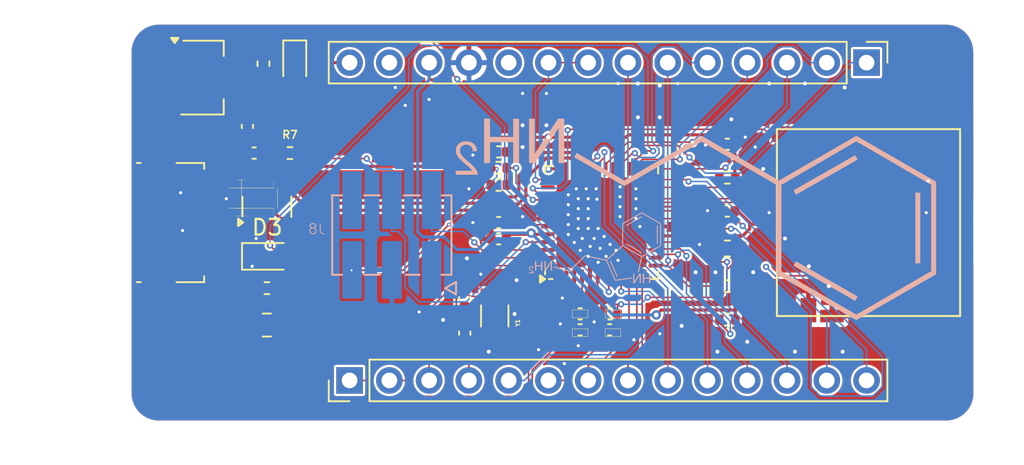
<source format=kicad_pcb>
(kicad_pcb (version 20240108) (generator "pcbnew") (generator_version "8.0")
  (layers (0 "F.Cu" signal) (31 "B.Cu" signal) (34 "B.Paste" user) (35 "F.Paste" user) (36 "B.SilkS" user "B.Silkscreen") (37 "F.SilkS" user "F.Silkscreen") (38 "B.Mask" user) (39 "F.Mask" user) (44 "Edge.Cuts" user))
  (net 0 "")
  (net 1 "GND")
  (net 2 "Net-(D2-A)")
  (net 3 "/MKRZero_V5.0_1/RESETN")
  (net 4 "/MKRZero_V5.0_1/PA01_XOUT32")
  (net 5 "/MKRZero_V5.0_1/PA03_VREFA")
  (net 6 "Net-(U3B-VDDANA)")
  (net 7 "Net-(U3B-VDDCORE)")
  (net 8 "/MKRZero_V5.0_1/USB_P")
  (net 9 "/MKRZero_V5.0_1/USB_N")
  (net 10 "/MKRZero_V5.0_1/PA18_USB_ID")
  (net 11 "/MKRZero_V5.0_1/PA09_S0_I2C_SCL")
  (net 12 "/MKRZero_V5.0_1/PA08_S0_I2C_SDA")
  (net 13 "/MKRZero_V5.0_1/PA21_TCC0-W7")
  (net 14 "/MKRZero_V5.0_1/PA13_S2_SCK")
  (net 15 "/MKRZero_V5.0_1/PA12_S2_MOSI")
  (net 17 "/MKRZero_V5.0_1/PA14_S2_NSS")
  (net 18 "/MKRZero_V5.0_1/PA27_CD")
  (net 20 "/MKRZero_V5.0_1/PA15_S2_MISO")
  (net 21 "+5V")
  (net 22 "VIN")
  (net 23 "+3V3")
  (net 24 "/MKRZero_V5.0_1/PB03_AIN11")
  (net 25 "/MKRZero_V5.0_1/PA04_AIN4")
  (net 26 "/MKRZero_V5.0_1/PA22_TC4-W0")
  (net 28 "/MKRZero_V5.0_1/PB02_AIN10")
  (net 29 "/MKRZero_V5.0_1/PB11_TCC0-W5")
  (net 30 "Net-(J8-Pad5)")
  (net 31 "/MKRZero_V5.0_1/PA11_TCC0-W3")
  (net 32 "/MKRZero_V5.0_1/PA02_AIN0")
  (net 33 "/MKRZero_V5.0_1/PA07_AIN7")
  (net 34 "/MKRZero_V5.0_1/PA05_AIN5")
  (net 35 "/MKRZero_V5.0_1/PA06_AIN6")
  (net 36 "/MKRZero_V5.0_1/PB10_TCC0-W4")
  (net 37 "/MKRZero_V5.0_1/PA23_TC4-W1")
  (net 38 "/MKRZero_V5.0_1/PA10_TCC0-W2")
  (net 39 "/MKRZero_V5.0_1/PA17_S1_SCK")
  (net 40 "/MKRZero_V5.0_1/PB22_S5_TX")
  (net 41 "/MKRZero_V5.0_1/PB23_S5_RX")
  (net 42 "/MKRZero_V5.0_1/PA19_S1_MISO")
  (net 43 "/MKRZero_V5.0_1/PA16_S1_MOSI")
  (net 44 "/MKRZero_V5.0_1/PA20_TCC0-W6")
  (net 46 "/MKRZero_V5.0_1/PA30_SWCLK")
  (net 47 "/MKRZero_V5.0_1/PA31_SWDIO")
  (net 49 "/MKRZero_V5.0_1/PB08_LED")
  (net 51 "Net-(D1-GND)")
  (net 52 "Net-(D1-VCC)")
  (net 53 "Net-(U3A-PA00{slash}XIN32)")
  (net 54 "Net-(D3-K)")
  (footprint "Capacitor_SMD:C_0402_1005Metric" (layer "F.Cu") (at 38.098 11.9617 180)
    (property "Reference" "C19" (hide yes))
    (property "Value" "100nF" (hide yes))
  )
  (footprint "Capacitor_SMD:C_0402_1005Metric" (layer "F.Cu") (at 30.579 19.5578 180)
    (property "Reference" "C30" (hide yes))
    (property "Value" "100nF")
  )
  (footprint "Connector_PinHeader_2.54mm:PinHeader_1x14_P2.54mm_Vertical" (layer "F.Cu") (at 13.97 22.7927 90)
    (property "Reference" "J2" (hide yes))
    (property "Value" "Conn_01x14" (hide yes))
  )
  (footprint "Resistor_SMD:R_0402_1005Metric" (layer "F.Cu") (at 10.158 8.255)
    (property "Reference" "R7")
    (property "Value" "1K")
  )
  (footprint "Resistor_SMD:R_0402_1005Metric" (layer "F.Cu") (at 38.098 18.903)
    (property "Reference" "R22" (hide yes))
    (property "Value" "2k")
  )
  (footprint "Resistor_SMD:R_0402_1005Metric" (layer "F.Cu") (at 8.6868 16.891 180)
    (property "Reference" "R2" (hide yes))
    (property "Value" "1M")
  )
  (footprint "Connector_USB:USB_Micro-B_Molex_47346-0001" (layer "F.Cu") (at 2.9718 12.7 -90)
    (property "Reference" "J1" (hide yes))
    (property "Value" "USB_B_Micro")
  )
  (footprint "Capacitor_SMD:C_0402_1005Metric" (layer "F.Cu") (at 23.493 13.7372 180)
    (property "Reference" "C28" (hide yes))
    (property "Value" "100nF")
  )
  (footprint "Capacitor_SMD:C_0402_1005Metric" (layer "F.Cu") (at 23.493 8.1809 180)
    (property "Reference" "C29" (hide yes))
    (property "Value" "100nF" (hide yes))
  )
  (footprint "Capacitor_SMD:C_0402_1005Metric" (layer "F.Cu") (at 21.3241 19.769 -90)
    (property "Reference" "C9" (hide yes))
    (property "Value" "20pF")
  )
  (footprint "Capacitor_SMD:C_0402_1005Metric" (layer "F.Cu") (at 21.3241 17.569 90)
    (property "Reference" "C11" (hide yes))
    (property "Value" "20pF")
  )
  (footprint "Capacitor_SMD:C_0402_1005Metric" (layer "F.Cu") (at 7.874 8.255)
    (property "Reference" "C10" (hide yes))
    (property "Value" "1uF")
  )
  (footprint "Resistor_SMD:R_0402_1005Metric" (layer "F.Cu") (at 38.098 9.8279)
    (property "Reference" "R17" (hide yes))
    (property "Value" "100k" (hide yes))
  )
  (footprint "Capacitor_SMD:C_0402_1005Metric" (layer "F.Cu") (at 23.493 12.7 180)
    (property "Reference" "C32" (hide yes))
    (property "Value" "1uF")
  )
  (footprint "LED_SMD:LED_0603_1608Metric" (layer "F.Cu") (at 10.4668 2.54 -90)
    (property "Reference" "D2" (hide yes))
    (property "Value" "LED" (hide yes))
  )
  (footprint "Package_TO_SOT_SMD:SOT-89-3" (layer "F.Cu") (at 4.572 3.429)
    (property "Reference" "U2" (hide yes))
    (property "Value" "AP7215-33YG-13" (hide yes))
  )
  (footprint "Capacitor_SMD:C_0402_1005Metric" (layer "F.Cu") (at 30.607 18.538 180)
    (property "Reference" "C27" (hide yes))
    (property "Value" "4.7uF")
  )
  (footprint "Capacitor_SMD:C_0402_1005Metric" (layer "F.Cu") (at 7.4448 6.5511 90)
    (property "Reference" "C8" (hide yes))
    (property "Value" "1uF")
  )
  (footprint "Inductor_SMD:L_0603_1608Metric" (layer "F.Cu") (at 38.098 14.3554 180)
    (property "Reference" "L6" (hide yes))
    (property "Value" "BLM18PG471SN1D" (hide yes))
  )
  (footprint "MKRZero_V5.0:AMPHENOL_114-00841-68" (layer "F.Cu") (at 46.6138 12.7 90)
    (property "Reference" "J3" (hide yes))
    (property "Value" "AMPHENOL_114-00841-68" (hide yes))
  )
  (footprint "Resistor_SMD:R_0402_1005Metric" (layer "F.Cu") (at 23.493 9.1969)
    (property "Reference" "R15" (hide yes))
    (property "Value" "39")
  )
  (footprint "Capacitor_SMD:C_0402_1005Metric" (layer "F.Cu") (at 28.694 19.558 180)
    (property "Reference" "C14" (hide yes))
    (property "Value" "100nF")
  )
  (footprint "Resistor_SMD:R_0402_1005Metric" (layer "F.Cu") (at 38.098 16.7592)
    (property "Reference" "R23" (hide yes))
    (property "Value" "2k")
  )
  (footprint "Capacitor_SMD:C_0805_2012Metric" (layer "F.Cu") (at 8.6868 19.2511 180)
    (property "Reference" "C6" (hide yes))
    (property "Value" "4.7nF")
  )
  (footprint "Capacitor_SMD:C_0402_1005Metric" (layer "F.Cu") (at 38.098 7.6941 180)
    (property "Reference" "C1" (hide yes))
    (property "Value" "100nF" (hide yes))
  )
  (footprint "Package_TO_SOT_SMD:SOT-143" (layer "F.Cu") (at 8.6868 11.684 90)
    (property "Reference" "D1" (hide yes))
    (property "Value" "PRTR5V0U2X,215" (hide yes))
  )
  (footprint "Capacitor_SMD:C_0402_1005Metric" (layer "F.Cu") (at 28.694 18.538 180)
    (property "Reference" "C12" (hide yes))
    (property "Value" "4.7uF")
  )
  (footprint "Crystal:Crystal_SMD_3215-2Pin_3.2x1.5mm" (layer "F.Cu") (at 23.241 18.669 -90)
    (property "Reference" "Y1")
    (property "Value" "32.786KHz")
  )
  (footprint "Connector_PinHeader_2.54mm:PinHeader_1x14_P2.54mm_Vertical" (layer "F.Cu") (at 46.99 2.4727 -90)
    (property "Reference" "J6" (hide yes))
    (property "Value" "Conn_01x14" (hide yes))
  )
  (footprint "Resistor_SMD:R_0402_1005Metric" (layer "F.Cu") (at 8.4668 2.54 90)
    (property "Reference" "R18" (hide yes))
    (property "Value" "330" (hide yes))
  )
  (footprint "Diode_SMD:D_SOD-323" (layer "F.Cu") (at 8.7093 14.859)
    (property "Reference" "D3")
    (property "Value" "PMEG2005EL")
  )
  (footprint "Resistor_SMD:R_0402_1005Metric" (layer "F.Cu") (at 23.493 10.287)
    (property "Reference" "R16" (hide yes))
    (property "Value" "10K" (hide yes))
  )
  (footprint "Package_DFN_QFN:QFN-48-1EP_7x7mm_P0.5mm_EP5.15x5.15mm" (layer "F.Cu") (at 30.0679 12.7 90)
    (property "Reference" "U3" (hide yes))
    (property "Value" "ATSAMD21G18A-48")
  )
  (footprint "MKRZero_V5.0:2X3_SMT" (layer "B.Cu") (at 16.6679 13.4963 180)
    (property "Reference" "J8")
    (property "Value" "2X3_SMD_MALE")
  )
  (gr_poly (pts (xy 30.352972 15.135959) (xy 30.924479 16.420035) (xy 30.961514 16.354806) (xy 30.409452 15.11832) (xy 30.374174 15.1095)) (stroke (width -0.000001)) (fill solid) (layer "B.SilkS"))
  (gr_poly (pts (xy 31.38309 12.758223) (xy 31.443069 12.791744) (xy 32.624875 12.11089) (xy 32.624875 12.042091)) (stroke (width -0.000001)) (fill solid) (layer "B.SilkS"))
  (gr_poly (pts (xy 26.208751 15.429276) (xy 25.891251 15.429276) (xy 25.891251 15.162555) (xy 25.81251 15.162555) (xy 25.81251 15.779778) (xy 25.891251 15.779778) (xy 25.891251 15.498685) (xy 26.207904 15.498685) (xy 26.207904 15.779778) (xy 26.28749 15.779778) (xy 26.28749 15.162555) (xy 26.208751 15.162555)) (stroke (width -0.000001)) (fill solid) (layer "B.SilkS"))
  (gr_poly (pts (xy 32.624874 14.839611) (xy 32.624874 14.873132) (xy 32.651332 14.892528) (xy 33.864902 14.190486) (xy 33.804923 14.157)) (stroke (width -0.000001)) (fill solid) (layer "B.SilkS"))
  (gr_poly (pts (xy 29.014215 14.851944) (xy 30.352972 15.135959) (xy 30.374174 15.1095) (xy 30.365355 15.077736) (xy 28.994778 14.786695)) (stroke (width -0.000001)) (fill solid) (layer "B.SilkS"))
  (gr_poly (pts (xy 46.335157 7.508875) (xy 51.1175 10.287001) (xy 51.435 10.088563) (xy 46.335157 7.151688)) (stroke (width -0.000001)) (fill solid) (layer "B.SilkS"))
  (gr_poly (pts (xy 27.003382 15.568112) (xy 28.024639 15.841514) (xy 28.007 15.774486) (xy 27.019222 15.509903)) (stroke (width -0.000001)) (fill solid) (layer "B.SilkS"))
  (gr_poly (pts (xy 31.511877 10.009188) (xy 31.511877 10.366376) (xy 36.45297 7.528719) (xy 36.45297 7.151688)) (stroke (width -0.000001)) (fill solid) (layer "B.SilkS"))
  (gr_poly (pts (xy 42.324258 15.454328) (xy 46.260119 17.701901) (xy 46.419536 17.422738) (xy 42.483676 15.175165)) (stroke (width -0.000001)) (fill solid) (layer "B.SilkS"))
  (gr_poly (pts (xy 25.561016 15.488458) (xy 25.553368 15.488863) (xy 25.545935 15.48954) (xy 25.53871 15.49049) (xy 25.53169 15.491716) (xy 25.52487 15.493219) (xy 25.518246 15.495) (xy 25.511812 15.497063) (xy 25.505564 15.499408) (xy 25.499498 15.502036) (xy 25.493608 15.504951) (xy 25.48789 15.508153) (xy 25.48234 15.511645) (xy 25.476953 15.515428) (xy 25.471724 15.519503) (xy 25.466648 15.523873) (xy 25.461782 15.528522) (xy 25.457189 15.533412) (xy 25.452876 15.53853) (xy 25.448847 15.543865) (xy 25.445109 15.549405) (xy 25.441666 15.555138) (xy 25.438525 15.561051) (xy 25.435691 15.567132) (xy 25.433169 15.57337) (xy 25.430966 15.579752) (xy 25.429086 15.586266) (xy 25.427535 15.5929) (xy 25.426319 15.599641) (xy 25.425444 15.606479) (xy 25.424915 15.6134) (xy 25.424737 15.620393) (xy 25.424832 15.625546) (xy 25.425116 15.630647) (xy 25.425589 15.635694) (xy 25.426251 15.640687) (xy 25.427102 15.645626) (xy 25.42814 15.65051) (xy 25.429366 15.655338) (xy 25.43078 15.66011) (xy 25.43238 15.664826) (xy 25.434167 15.669484) (xy 25.43614 15.674084) (xy 25.438299 15.678626) (xy 25.440644 15.683108) (xy 25.443174 15.687531) (xy 25.448788 15.696196) (xy 25.455139 15.704615) (xy 25.462223 15.712784) (xy 25.470039 15.720698) (xy 25.478583 15.728353) (xy 25.487853 15.735743) (xy 25.497845 15.742865) (xy 25.508558 15.749713) (xy 25.519987 15.756283) (xy 25.583487 15.790573) (xy 25.593441 15.796547) (xy 25.602607 15.802344) (xy 25.611013 15.807999) (xy 25.61869 15.813542) (xy 25.625668 15.819008) (xy 25.631976 15.824428) (xy 25.637644 15.829835) (xy 25.642701 15.835261) (xy 25.647178 15.84074) (xy 25.649209 15.843509) (xy 25.651105 15.846303) (xy 25.652871 15.849127) (xy 25.654511 15.851983) (xy 25.656027 15.854878) (xy 25.657425 15.857814) (xy 25.658708 15.860795) (xy 25.659878 15.863826) (xy 25.6619 15.870053) (xy 25.663519 15.876528) (xy 25.664767 15.883283) (xy 25.427913 15.883283) (xy 25.427913 15.938528) (xy 25.727633 15.938528) (xy 25.726409 15.9206) (xy 25.724599 15.903898) (xy 25.722138 15.888324) (xy 25.718961 15.873778) (xy 25.717083 15.86686) (xy 25.715002 15.860162) (xy 25.712709 15.853672) (xy 25.710197 15.847378) (xy 25.707457 15.841267) (xy 25.704481 15.835327) (xy 25.70126 15.829546) (xy 25.697787 15.82391) (xy 25.694054 15.818409) (xy 25.690052 15.813029) (xy 25.685774 15.807759) (xy 25.68121 15.802586) (xy 25.676354 15.797497) (xy 25.671196 15.792481) (xy 25.66573 15.787524) (xy 25.659945 15.782616) (xy 25.647392 15.772892) (xy 25.633471 15.763211) (xy 25.618118 15.753474) (xy 25.601268 15.743583) (xy 25.542847 15.710563) (xy 25.53557 15.706188) (xy 25.528742 15.701638) (xy 25.522366 15.696917) (xy 25.516445 15.692029) (xy 25.510982 15.686977) (xy 25.505979 15.681765) (xy 25.501439 15.676396) (xy 25.497365 15.670875) (xy 25.493761 15.665206) (xy 25.490627 15.659391) (xy 25.487968 15.653435) (xy 25.485787 15.647341) (xy 25.484085 15.641113) (xy 25.482866 15.634755) (xy 25.482133 15.62827) (xy 25.481887 15.621663) (xy 25.481998 15.617175) (xy 25.482328 15.612762) (xy 25.482871 15.608428) (xy 25.483624 15.604178) (xy 25.484581 15.600017) (xy 25.485738 15.595948) (xy 25.487091 15.591977) (xy 25.488634 15.588107) (xy 25.490364 15.584344) (xy 25.492274 15.58069) (xy 25.494362 15.577152) (xy 25.496621 15.573733) (xy 25.499048 15.570438) (xy 25.501638 15.56727) (xy 25.504386 15.564236) (xy 25.507287 15.561338) (xy 25.510337 15.558582) (xy 25.513532 15.555971) (xy 25.516866 15.553511) (xy 25.520335 15.551205) (xy 25.523934 15.549059) (xy 25.527658 15.547076) (xy 25.531504 15.54526) (xy 25.535465 15.543617) (xy 25.539539 15.542151) (xy 25.543719 15.540866) (xy 25.548002 15.539767) (xy 25.552382 15.538857) (xy 25.556856 15.538142) (xy 25.561417 15.537626) (xy 25.566063 15.537313) (xy 25.570787 15.537208) (xy 25.573929 15.537256) (xy 25.577043 15.5374) (xy 25.580127 15.537639) (xy 25.58318 15.537971) (xy 25.586199 15.538395) (xy 25.589182 15.538912) (xy 25.592129 15.539518) (xy 25.595036 15.540214) (xy 25.597903 15.540999) (xy 25.600727 15.54187) (xy 25.603506 15.542828) (xy 25.606238 15.543872) (xy 25.608922 15.544999) (xy 25.611556 15.54621) (xy 25.614138 15.547502) (xy 25.616666 15.548876) (xy 25.619138 15.55033) (xy 25.621552 15.551862) (xy 25.623907 15.553473) (xy 25.626201 15.55516) (xy 25.628431 15.556924) (xy 25.630596 15.558762) (xy 25.632694 15.560673) (xy 25.634724 15.562658) (xy 25.636682 15.564714) (xy 25.638568 15.56684) (xy 25.64038 15.569036) (xy 25.642115 15.571301) (xy 25.643773 15.573633) (xy 25.64535 15.576031) (xy 25.646845 15.578495) (xy 25.648257 15.581023) (xy 25.649642 15.583808) (xy 25.65094 15.586695) (xy 25.652154 15.589695) (xy 25.653288 15.59282) (xy 25.654343 15.596083) (xy 25.655323 15.599496) (xy 25.65623 15.603071) (xy 25.657068 15.60682) (xy 25.657839 15.610755) (xy 25.658545 15.614888) (xy 25.659777 15.623796) (xy 25.660785 15.633642) (xy 25.661592 15.644523) (xy 25.717472 15.644523) (xy 25.717167 15.636155) (xy 25.716722 15.628184) (xy 25.716134 15.620589) (xy 25.715399 15.613349) (xy 25.71451 15.606443) (xy 25.713465 15.599852) (xy 25.712258 15.593555) (xy 25.710884 15.587532) (xy 25.709339 15.581761) (xy 25.707619 15.576223) (xy 25.705718 15.570898) (xy 25.703631 15.565763) (xy 25.701355 15.5608) (xy 25.698885 15.555988) (xy 25.696215 15.551306) (xy 25.693342 15.546733) (xy 25.688491 15.539799) (xy 25.683228 15.533285) (xy 25.677558 15.527195) (xy 25.671484 15.521533) (xy 25.665013 15.516303) (xy 25.658148 15.511509) (xy 25.650894 15.507154) (xy 25.643256 15.503241) (xy 25.635239 15.499775) (xy 25.626847 15.496759) (xy 25.618085 15.494197) (xy 25.608957 15.492092) (xy 25.599468 15.490449) (xy 25.589623 15.489271) (xy 25.579426 15.488561) (xy 25.568882 15.488324)) (stroke (width -0.000001)) (fill solid) (layer "B.SilkS"))
  (gr_poly (pts (xy 31.607125 14.079382) (xy 32.608993 14.65616) (xy 32.639 14.605) (xy 31.637097 14.026466)) (stroke (width -0.000001)) (fill solid) (layer "B.SilkS"))
  (gr_poly (pts (xy 42.323531 10.640251) (xy 42.483045 10.91935) (xy 46.417998 8.670417) (xy 46.258485 8.391318)) (stroke (width -0.000001)) (fill solid) (layer "B.SilkS"))
  (gr_poly (pts (xy 26.493866 15.667172) (xy 26.493866 15.162555) (xy 26.419359 15.162555) (xy 26.419359 15.779778) (xy 26.508258 15.779778) (xy 26.827452 15.279412) (xy 26.827452 15.779778) (xy 26.901959 15.779778) (xy 26.901959 15.162555) (xy 26.816446 15.162555)) (stroke (width -0.000001)) (fill solid) (layer "B.SilkS"))
  (gr_poly (pts (xy 51.1175 10.287001) (xy 51.1175 15.803563) (xy 51.435 16.002) (xy 51.435 10.088563)) (stroke (width -0.000001)) (fill solid) (layer "B.SilkS"))
  (gr_poly (pts (xy 28.007 15.774487) (xy 28.024639 15.841514) (xy 29.014215 14.851944) (xy 28.994778 14.786695)) (stroke (width -0.000001)) (fill solid) (layer "B.SilkS"))
  (gr_poly (pts (xy 41.235313 16.002) (xy 46.335157 18.938875) (xy 46.335157 18.581688) (xy 41.552813 15.803563)) (stroke (width -0.000001)) (fill solid) (layer "B.SilkS"))
  (gr_poly (pts (xy 31.413097 14.174639) (xy 31.416611 14.211674) (xy 32.589597 14.889014) (xy 32.624875 14.873132) (xy 32.624875 14.839611) (xy 31.443069 14.157)) (stroke (width -0.000001)) (fill solid) (layer "B.SilkS"))
  (gr_poly (pts (xy 36.45297 7.528719) (xy 41.235313 10.287001) (xy 41.394063 10.187781) (xy 41.394063 10.009188) (xy 36.45297 7.151688)) (stroke (width -0.000001)) (fill solid) (layer "B.SilkS"))
  (gr_poly (pts (xy 41.235313 10.287001) (xy 41.235313 16.002) (xy 41.552813 15.803563) (xy 41.552813 10.287001) (xy 41.394063 10.187781)) (stroke (width -0.000001)) (fill solid) (layer "B.SilkS"))
  (gr_poly (pts (xy 28.317032 8.520907) (xy 31.511877 10.366376) (xy 31.511877 10.009188) (xy 28.475782 8.243094)) (stroke (width -0.000001)) (fill solid) (layer "B.SilkS"))
  (gr_poly (pts (xy 46.335157 18.581688) (xy 46.335157 18.938875) (xy 51.435 16.002) (xy 51.1175 15.803563)) (stroke (width -0.000001)) (fill solid) (layer "B.SilkS"))
  (gr_poly (pts (xy 41.394063 10.009188) (xy 41.394063 10.187781) (xy 41.552813 10.287001) (xy 46.335157 7.508875) (xy 46.335157 7.151688)) (stroke (width -0.000001)) (fill solid) (layer "B.SilkS"))
  (gr_poly (pts (xy 50.105469 15.307469) (xy 50.422969 15.307469) (xy 50.422969 10.783094) (xy 50.105469 10.783094)) (stroke (width -0.000001)) (fill solid) (layer "B.SilkS"))
  (gr_poly (pts (xy 32.589597 14.889014) (xy 32.383236 15.860917) (xy 32.44318 15.873229) (xy 32.651333 14.892528) (xy 32.624875 14.873132)) (stroke (width -0.000001)) (fill solid) (layer "B.SilkS"))
  (gr_poly (pts (xy 30.599916 15.176507) (xy 31.044438 16.174854) (xy 31.099111 16.150195) (xy 30.654625 15.151806)) (stroke (width -0.000001)) (fill solid) (layer "B.SilkS"))
  (gr_poly (pts (xy 31.38309 14.160514) (xy 31.413097 14.174639) (xy 31.443069 14.157) (xy 31.443069 12.791744) (xy 31.38309 12.758223)) (stroke (width -0.000001)) (fill solid) (layer "B.SilkS"))
  (gr_poly (pts (xy 33.804923 12.791744) (xy 33.804923 14.157) (xy 33.864902 14.190486) (xy 33.864902 12.758223)) (stroke (width -0.000001)) (fill solid) (layer "B.SilkS"))
  (gr_poly (pts (xy 33.09675 16.223008) (xy 32.77925 16.223008) (xy 32.77925 15.956308) (xy 32.700493 15.956308) (xy 32.700493 16.573528) (xy 32.77925 16.573528) (xy 32.77925 16.292435) (xy 33.095889 16.292435) (xy 33.095889 16.573528) (xy 33.175469 16.573528) (xy 33.175469 15.956308) (xy 33.09675 15.956308)) (stroke (width -0.000001)) (fill solid) (layer "B.SilkS"))
  (gr_poly (pts (xy 31.607125 12.871119) (xy 31.637097 12.922279) (xy 32.639 12.343709) (xy 32.608993 12.292549)) (stroke (width -0.000001)) (fill solid) (layer "B.SilkS"))
  (gr_poly (pts (xy 30.961514 16.354806) (xy 30.924479 16.420035) (xy 32.025153 16.271868) (xy 32.016333 16.211931)) (stroke (width -0.000001)) (fill solid) (layer "B.SilkS"))
  (gr_poly (pts (xy 33.595014 14.052924) (xy 33.654993 14.052924) (xy 33.654993 12.89582) (xy 33.595014 12.89582)) (stroke (width -0.000001)) (fill solid) (layer "B.SilkS"))
  (gr_poly (pts (xy 25.792909 8.290719) (xy 25.792909 6.056313) (xy 25.43175 6.056313) (xy 25.43175 8.897938) (xy 25.820689 8.897938) (xy 27.316908 6.663532) (xy 27.316908 8.897938) (xy 27.678065 8.897938) (xy 27.678065 6.056313) (xy 27.289126 6.056313)) (stroke (width -0.000001)) (fill solid) (layer "B.SilkS"))
  (gr_poly (pts (xy 32.624874 12.11089) (xy 33.804923 12.791744) (xy 33.864902 12.758223) (xy 32.624874 12.042091)) (stroke (width -0.000001)) (fill solid) (layer "B.SilkS"))
  (gr_poly (pts (xy 30.365355 15.077736) (xy 30.374174 15.1095) (xy 30.409452 15.11832) (xy 31.416611 14.211674) (xy 31.413097 14.174639) (xy 31.38309 14.160514)) (stroke (width -0.000001)) (fill solid) (layer "B.SilkS"))
  (gr_poly (pts (xy 24.419719 7.223125) (xy 22.939378 7.223125) (xy 22.939378 6.056313) (xy 22.562345 6.056313) (xy 22.562345 8.897938) (xy 22.939378 8.897938) (xy 22.939378 7.560469) (xy 24.419719 7.560469) (xy 24.419719 8.901907) (xy 24.796752 8.901907) (xy 24.796752 6.056313) (xy 24.419719 6.056313)) (stroke (width -0.000001)) (fill solid) (layer "B.SilkS"))
  (gr_poly (pts (xy 32.164782 16.460921) (xy 32.164782 15.956308) (xy 32.090265 15.956308) (xy 32.090265 16.573528) (xy 32.179147 16.573528) (xy 32.498372 16.073148) (xy 32.498372 16.573528) (xy 32.572854 16.573528) (xy 32.572854 15.956308) (xy 32.487348 15.956308)) (stroke (width -0.000001)) (fill solid) (layer "B.SilkS"))
  (gr_poly (pts (xy 21.381861 7.505559) (xy 21.345311 7.507519) (xy 21.309704 7.510793) (xy 21.275044 7.515387) (xy 21.241338 7.521306) (xy 21.208591 7.528556) (xy 21.176809 7.537144) (xy 21.145998 7.547075) (xy 21.116163 7.558354) (xy 21.087311 7.570988) (xy 21.059448 7.584982) (xy 21.032578 7.600343) (xy 21.006709 7.617075) (xy 20.981845 7.635186) (xy 20.957993 7.654679) (xy 20.935158 7.675563) (xy 20.913531 7.697423) (xy 20.8933 7.719847) (xy 20.874464 7.742841) (xy 20.857023 7.76641) (xy 20.840978 7.790561) (xy 20.826327 7.815298) (xy 20.813072 7.840629) (xy 20.801213 7.866559) (xy 20.790748 7.893093) (xy 20.781679 7.920238) (xy 20.774005 7.947999) (xy 20.767726 7.976382) (xy 20.762842 8.005392) (xy 20.759354 8.035037) (xy 20.757261 8.065321) (xy 20.756564 8.09625) (xy 20.756751 8.111921) (xy 20.757316 8.127667) (xy 20.758264 8.143471) (xy 20.759603 8.159316) (xy 20.761336 8.175184) (xy 20.763471 8.191058) (xy 20.766013 8.206921) (xy 20.768967 8.222754) (xy 20.77234 8.238541) (xy 20.776137 8.254264) (xy 20.780365 8.269905) (xy 20.785029 8.285448) (xy 20.790134 8.300874) (xy 20.795687 8.316167) (xy 20.801693 8.331308) (xy 20.808158 8.346281) (xy 20.822499 8.376574) (xy 20.830395 8.392081) (xy 20.838792 8.407797) (xy 20.847701 8.423699) (xy 20.857132 8.439764) (xy 20.867098 8.455969) (xy 20.877611 8.472289) (xy 20.888682 8.488703) (xy 20.900323 8.505186) (xy 20.912545 8.521716) (xy 20.92536 8.53827) (xy 20.93878 8.554823) (xy 20.952816 8.571353) (xy 20.96748 8.587836) (xy 20.982784 8.60425) (xy 21.016285 8.638837) (xy 21.054345 8.677052) (xy 21.097055 8.718801) (xy 21.144509 8.763992) (xy 21.196801 8.812532) (xy 21.254022 8.864327) (xy 21.316266 8.919285) (xy 21.383627 8.977313) (xy 21.440375 9.02455) (xy 21.491589 9.067974) (xy 21.537315 9.107491) (xy 21.577599 9.143008) (xy 21.642029 9.201671) (xy 21.685252 9.243219) (xy 21.701421 9.261078) (xy 21.717126 9.278938) (xy 21.732272 9.296797) (xy 21.746767 9.314656) (xy 21.760518 9.332516) (xy 21.773432 9.350375) (xy 21.779546 9.359305) (xy 21.785416 9.368234) (xy 21.79103 9.377164) (xy 21.796376 9.386094) (xy 20.748626 9.386094) (xy 20.748626 9.644062) (xy 22.157533 9.644062) (xy 22.158092 9.632202) (xy 22.158285 9.620428) (xy 22.158117 9.608736) (xy 22.157595 9.59712) (xy 22.156724 9.585573) (xy 22.15551 9.57409) (xy 22.153958 9.562666) (xy 22.152075 9.551293) (xy 22.149867 9.539967) (xy 22.147339 9.528682) (xy 22.144497 9.517432) (xy 22.141347 9.506211) (xy 22.137895 9.495013) (xy 22.134146 9.483832) (xy 22.130107 9.472663) (xy 22.125783 9.4615) (xy 22.118852 9.443642) (xy 22.11145 9.425789) (xy 22.103572 9.407948) (xy 22.095211 9.390125) (xy 22.086362 9.372324) (xy 22.077018 9.354553) (xy 22.067175 9.336817) (xy 22.056826 9.319121) (xy 22.045965 9.301472) (xy 22.034587 9.283875) (xy 22.022686 9.266337) (xy 22.010255 9.248862) (xy 21.99729 9.231457) (xy 21.983784 9.214128) (xy 21.969731 9.19688) (xy 21.955126 9.179719) (xy 21.923694 9.144744) (xy 21.88896 9.108281) (xy 21.85097 9.07033) (xy 21.809771 9.030891) (xy 21.765409 8.989963) (xy 21.717931 8.947547) (xy 21.667384 8.903643) (xy 21.613813 8.85825) (xy 21.530857 8.788673) (xy 21.454692 8.722817) (xy 21.385409 8.660681) (xy 21.323103 8.602266) (xy 21.267866 8.547572) (xy 21.219791 8.496598) (xy 21.178972 8.449345) (xy 21.161312 8.427114) (xy 21.1455 8.405813) (xy 21.131038 8.385069) (xy 21.117425 8.364505) (xy 21.104672 8.344116) (xy 21.092791 8.323895) (xy 21.081794 8.303837) (xy 21.071692 8.283936) (xy 21.062497 8.264187) (xy 21.054221 8.244582) (xy 21.046875 8.225117) (xy 21.04047 8.205786) (xy 21.035019 8.186583) (xy 21.030533 8.167502) (xy 21.027024 8.148537) (xy 21.024503 8.129683) (xy 21.022981 8.110933) (xy 21.022472 8.092282) (xy 21.022891 8.07312) (xy 21.024154 8.05433) (xy 21.026265 8.035913) (xy 21.029231 8.017867) (xy 21.033057 8.000194) (xy 21.037749 7.982893) (xy 21.043314 7.965964) (xy 21.049756 7.949406) (xy 21.057082 7.933221) (xy 21.065298 7.917408) (xy 21.074409 7.901967) (xy 21.084421 7.886899) (xy 21.095339 7.872202) (xy 21.107171 7.857877) (xy 21.119921 7.843925) (xy 21.133596 7.830344) (xy 21.147969 7.817368) (xy 21.162812 7.805229) (xy 21.178132 7.793928) (xy 21.193934 7.783463) (xy 21.210224 7.773836) (xy 21.227009 7.765046) (xy 21.244294 7.757093) (xy 21.262084 7.749977) (xy 21.280386 7.743698) (xy 21.299206 7.738257) (xy 21.318548 7.733652) (xy 21.33842 7.729885) (xy 21.358827 7.726955) (xy 21.379774 7.724862) (xy 21.401268 7.723606) (xy 21.423315 7.723188) (xy 21.446803 7.723652) (xy 21.469645 7.72504) (xy 21.491848 7.727347) (xy 21.513418 7.730567) (xy 21.534359 7.734694) (xy 21.554678 7.739722) (xy 21.574382 7.745645) (xy 21.593474 7.752457) (xy 21.611963 7.760154) (xy 21.629852 7.768728) (xy 21.647148 7.778174) (xy 21.663858 7.788486) (xy 21.679986 7.799659) (xy 21.695538 7.811686) (xy 21.710521 7.824562) (xy 21.72494 7.838282) (xy 21.738659 7.852747) (xy 21.751535 7.867869) (xy 21.763562 7.883654) (xy 21.774735 7.900107) (xy 21.785047 7.917235) (xy 21.794493 7.935043) (xy 21.803067 7.953537) (xy 21.810763 7.972723) (xy 21.817576 7.992606) (xy 21.823499 8.013193) (xy 21.828527 8.03449) (xy 21.832654 8.056501) (xy 21.835873 8.079233) (xy 21.83818 8.102692) (xy 21.839569 8.126883) (xy 21.840033 8.151813) (xy 22.109908 8.120063) (xy 22.105628 8.083369) (xy 22.100226 8.047711) (xy 22.093696 8.013098) (xy 22.086033 7.979544) (xy 22.077231 7.94706) (xy 22.067283 7.915657) (xy 22.056184 7.885346) (xy 22.043928 7.856141) (xy 22.030509 7.828051) (xy 22.015922 7.80109) (xy 22.00016 7.775268) (xy 21.983219 7.750597) (xy 21.965091 7.727089) (xy 21.945772 7.704755) (xy 21.925255 7.683607) (xy 21.903534 7.663656) (xy 21.880699 7.644869) (xy 21.856847 7.627209) (xy 21.831983 7.610689) (xy 21.806114 7.59532) (xy 21.779244 7.581113) (xy 21.75138 7.568081) (xy 21.722528 7.556235) (xy 21.692694 7.545586) (xy 21.661882 7.536147) (xy 21.6301 7.527928) (xy 21.597353 7.520942) (xy 21.563647 7.515201) (xy 21.528987 7.510714) (xy 21.49338 7.507496) (xy 21.456831 7.505556) (xy 21.419346 7.504907)) (stroke (width -0.000001)) (fill solid) (layer "B.SilkS"))
  (gr_line (start 7.3057 9.982725) (end 6.8257 9.982725) (stroke (width 0.01)) (layer "F.SilkS"))
  (gr_line (start 29.194 18.288) (end 28.194 18.288) (stroke (width 0.025)) (layer "F.SilkS"))
  (gr_line (start 28.194 18.288) (end 28.194 18.788) (stroke (width 0.025)) (layer "F.SilkS"))
  (gr_line (start 6.8257 12.282725) (end 7.3057 12.282725) (stroke (width 0.01)) (layer "F.SilkS"))
  (gr_line (start 28.194 19.488) (end 28.194 19.988) (stroke (width 0.025)) (layer "F.SilkS"))
  (gr_line (start 31.294 19.488) (end 30.294 19.488) (stroke (width 0.025)) (layer "F.SilkS"))
  (gr_line (start 31.294 18.288) (end 30.294 18.288) (stroke (width 0.025)) (layer "F.SilkS"))
  (gr_line (start 9.3679 11.782725) (end 9.3679 10.482725) (stroke (width 0.025)) (layer "F.SilkS"))
  (gr_line (start 7.0657 9.982725) (end 7.0657 10.482725) (stroke (width 0.01)) (layer "F.SilkS"))
  (gr_line (start 31.294 18.788) (end 31.294 18.288) (stroke (width 0.025)) (layer "F.SilkS"))
  (gr_line (start 6.2668 11.782725) (end 9.1668 11.782725) (stroke (width 0.025)) (layer "F.SilkS"))
  (gr_line (start 31.294 19.988) (end 31.294 19.488) (stroke (width 0.025)) (layer "F.SilkS"))
  (gr_line (start 30.294 18.288) (end 30.294 18.788) (stroke (width 0.025)) (layer "F.SilkS"))
  (gr_line (start 9.1079 10.482725) (end 9.1079 9.982725) (stroke (width 0.01)) (layer "F.SilkS"))
  (gr_line (start 7.3057 11.782725) (end 6.8257 11.782725) (stroke (width 0.01)) (layer "F.SilkS"))
  (gr_line (start 30.294 19.988) (end 31.294 19.988) (stroke (width 0.025)) (layer "F.SilkS"))
  (gr_line (start 7.0657 10.482725) (end 7.0657 11.782725) (stroke (width 0.025)) (layer "F.SilkS"))
  (gr_line (start 7.0657 11.782725) (end 7.0657 12.282725) (stroke (width 0.01)) (layer "F.SilkS"))
  (gr_line (start 7.0657 12.282725) (end 7.0657 11.782725) (stroke (width 0.01)) (layer "F.SilkS"))
  (gr_line (start 7.0657 11.782725) (end 7.0657 12.282725) (stroke (width 0.01)) (layer "F.SilkS"))
  (gr_line (start 30.294 18.788) (end 31.294 18.788) (stroke (width 0.025)) (layer "F.SilkS"))
  (gr_line (start 28.194 19.988) (end 29.194 19.988) (stroke (width 0.025)) (layer "F.SilkS"))
  (gr_line (start 7.3057 9.982725) (end 6.8257 9.982725) (stroke (width 0.01)) (layer "F.SilkS"))
  (gr_line (start 29.194 19.988) (end 29.194 19.488) (stroke (width 0.025)) (layer "F.SilkS"))
  (gr_line (start 7.0657 10.482725) (end 7.0657 9.982725) (stroke (width 0.01)) (layer "F.SilkS"))
  (gr_line (start 6.8257 10.482725) (end 7.3057 10.482725) (stroke (width 0.01)) (layer "F.SilkS"))
  (gr_line (start 6.8257 10.482725) (end 7.3057 10.482725) (stroke (width 0.01)) (layer "F.SilkS"))
  (gr_line (start 7.0657 9.982725) (end 7.0657 10.482725) (stroke (width 0.01)) (layer "F.SilkS"))
  (gr_line (start 9.1079 12.282725) (end 9.1079 11.782725) (stroke (width 0.01)) (layer "F.SilkS"))
  (gr_line (start 9.1668 10.482725) (end 6.2668 10.482725) (stroke (width 0.025)) (layer "F.SilkS"))
  (gr_line (start 29.194 18.788) (end 29.194 18.288) (stroke (width 0.025)) (layer "F.SilkS"))
  (gr_line (start 6.6257 12.282725) (end 7.5057 12.282725) (stroke (width 0.01)) (layer "F.SilkS"))
  (gr_line (start 28.194 18.788) (end 29.194 18.788) (stroke (width 0.025)) (layer "F.SilkS"))
  (gr_line (start 30.294 19.488) (end 30.294 19.988) (stroke (width 0.025)) (layer "F.SilkS"))
  (gr_line (start 29.194 19.488) (end 28.194 19.488) (stroke (width 0.025)) (layer "F.SilkS"))
  (gr_line (start 7.5057 11.782725) (end 6.6257 11.782725) (stroke (width 0.01)) (layer "F.SilkS"))
  (gr_line (start 52.082764 25.4) (end 1.778 25.4) (stroke (width 0.01)) (layer "Edge.Cuts"))
  (gr_arc (start 53.860764 23.622) (mid 53.34 24.879236) (end 52.082764 25.4) (stroke (width 0.01)) (layer "Edge.Cuts"))
  (gr_arc (start 52.082764 -0.000046) (mid 53.335511 0.521514) (end 53.848 1.778) (stroke (width 0.01)) (layer "Edge.Cuts"))
  (gr_line (start 53.860764 23.622) (end 53.848 1.778) (stroke (width 0.01)) (layer "Edge.Cuts"))
  (gr_arc (start 0 1.778) (mid 0.520764 0.520764) (end 1.778 0) (stroke (width 0.01)) (layer "Edge.Cuts"))
  (gr_arc (start 1.778 25.4) (mid 0.520764 24.879236) (end 0 23.622) (stroke (width 0.01)) (layer "Edge.Cuts"))
  (gr_line (start 1.778 0) (end 52.082764 -0.000046) (stroke (width 0.01)) (layer "Edge.Cuts"))
  (gr_line (start 0 23.622) (end 0 1.778) (stroke (width 0.01)) (layer "Edge.Cuts"))
  (segment (start 29.5912 19.05) (end 30.099 19.5578) (width 0.2) (layer "F.Cu") (net 1))
  (segment (start 33.5054 12.95) (end 32.508 12.95) (width 0.2) (layer "F.Cu") (net 1))
  (segment (start 29.845 13.081) (end 29.845 12.9229) (width 0.2) (layer "F.Cu") (net 1))
  (segment (start 29.3179 14.7511) (end 29.3179 14.3319) (width 0.2) (layer "F.Cu") (net 1))
  (segment (start 28.19 12.45) (end 28.579 12.45) (width 0.2) (layer "F.Cu") (net 1))
  (segment (start 29.46 12.45) (end 29.718 12.192) (width 0.2) (layer "F.Cu") (net 1))
  (segment (start 29.083 13.462) (end 29.3179 13.45) (width 0.2) (layer "F.Cu") (net 1))
  (segment (start 29.3179 16.1375) (end 29.3179 14.9669) (width 0.2) (layer "F.Cu") (net 1))
  (segment (start 29.8179 12.45) (end 30.0679 12.7) (width 0.2) (layer "F.Cu") (net 1))
  (segment (start 28.575 13.081) (end 28.583 13.081) (width 0.2) (layer "F.Cu") (net 1))
  (segment (start 29.214 12.45) (end 29.337 12.573) (width 0.2) (layer "F.Cu") (net 1))
  (segment (start 29.3179 14.9669) (end 29.21 14.859) (width 0.2) (layer "F.Cu") (net 1))
  (segment (start 28.067 12.573) (end 28.19 12.45) (width 0.2) (layer "F.Cu") (net 1))
  (segment (start 29.591 19.05) (end 29.591 18.955) (width 0.2) (layer "F.Cu") (net 1))
  (segment (start 29.615 19.05) (end 30.127 18.538) (width 0.2) (layer "F.Cu") (net 1))
  (segment (start 32.385 12.827) (end 32.262 12.95) (width 0.2) (layer "F.Cu") (net 1))
  (segment (start 29.214 12.45) (end 29.8179 12.45) (width 0.2) (layer "F.Cu") (net 1))
  (segment (start 29.591 19.05) (end 29.615 19.05) (width 0.2) (layer "F.Cu") (net 1))
  (segment (start 29.6869 13.081) (end 30.0679 12.7) (width 0.2) (layer "F.Cu") (net 1))
  (segment (start 28.579 12.45) (end 28.829 12.7) (width 0.2) (layer "F.Cu") (net 1))
  (segment (start 28.829 12.7) (end 29.079 12.45) (width 0.2) (layer "F.Cu") (net 1))
  (segment (start 27.94 12.827) (end 28.202 12.827) (width 0.2) (layer "F.Cu") (net 1))
  (segment (start 28.202 12.827) (end 28.579 12.45) (width 0.2) (layer "F.Cu") (net 1))
  (segment (start 28.583 13.081) (end 29.214 12.45) (width 0.2) (layer "F.Cu") (net 1))
  (segment (start 29.3059 13.462) (end 30.0679 12.7) (width 0.2) (layer "F.Cu") (net 1))
  (segment (start 29.079 12.45) (end 29.214 12.45) (width 0.2) (layer "F.Cu") (net 1))
  (segment (start 29.591 19.141) (end 29.174 19.558) (width 0.2) (layer "F.Cu") (net 1))
  (segment (start 32.262 12.95) (end 30.3179 12.95) (width 0.2) (layer "F.Cu") (net 1))
  (segment (start 27.94 12.192) (end 28.321 12.192) (width 0.2) (layer "F.Cu") (net 1))
  (segment (start 32.508 12.95) (end 32.385 12.827) (width 0.2) (layer "F.Cu") (net 1))
  (segment (start 29.591 19.05) (end 29.591 19.141) (width 0.2) (layer "F.Cu") (net 1))
  (segment (start 29.3179 14.3319) (end 29.083 14.097) (width 0.2) (layer "F.Cu") (net 1))
  (segment (start 29.21 13.081) (end 29.6869 13.081) (width 0.2) (layer "F.Cu") (net 1))
  (segment (start 29.3179 13.8621) (end 29.083 13.462) (width 0.2) (layer "F.Cu") (net 1))
  (segment (start 27.944 12.45) (end 28.067 12.573) (width 0.2) (layer "F.Cu") (net 1))
  (segment (start 29.845 12.9229) (end 30.0679 12.7) (width 0.2) (layer "F.Cu") (net 1))
  (segment (start 27.8179 9.2625) (end 27.8179 10.45) (width 0.2) (layer "F.Cu") (net 1))
  (segment (start 29.718 12.192) (end 29.8179 12.45) (width 0.2) (layer "F.Cu") (net 1))
  (segment (start 29.591 19.05) (end 29.5912 19.05) (width 0.2) (layer "F.Cu") (net 1))
  (segment (start 28.321 12.192) (end 28.575 12.446) (width 0.2) (layer "F.Cu") (net 1))
  (segment (start 29.083 14.097) (end 29.3179 13.8621) (width 0.2) (layer "F.Cu") (net 1))
  (segment (start 29.337 12.573) (end 29.46 12.45) (width 0.2) (layer "F.Cu") (net 1))
  (segment (start 29.591 18.955) (end 29.174 18.538) (width 0.2) (layer "F.Cu") (net 1))
  (segment (start 28.575 12.446) (end 29.21 12.446) (width 0.2) (layer "F.Cu") (net 1))
  (segment (start 27.94 13.462) (end 29.3059 13.462) (width 0.2) (layer "F.Cu") (net 1))
  (segment (start 26.6304 12.45) (end 27.944 12.45) (width 0.2) (layer "F.Cu") (net 1))
  (segment (start 29.21 14.859) (end 29.3179 14.7511) (width 0.2) (layer "F.Cu") (net 1))
  (via (at 32.258 11.176) (size 0.4) (drill 0.2) (layers "F.Cu" "B.Cu") (net 1))
  (via (at 40.767 12.065) (size 0.4) (drill 0.2) (layers "F.Cu" "B.Cu") (net 1))
  (via (at 27.94 12.192) (size 0.4) (drill 0.2) (layers "F.Cu" "B.Cu") (net 1))
  (via (at 21.844 8.382) (size 0.4) (drill 0.2) (layers "F.Cu" "B.Cu") (net 1))
  (via (at 39.751 15.875) (size 0.5) (drill 0.25) (layers "F.Cu" "B.Cu") (net 1))
  (via (at 27.559 17.526) (size 0.4) (drill 0.2) (layers "F.Cu" "B.Cu") (net 1))
  (via (at 41.783 13.716) (size 0.5) (drill 0.25) (layers "F.Cu" "B.Cu") (net 1))
  (via (at 36.703 7.747) (size 0.4) (drill 0.2) (layers "F.Cu" "B.Cu") (net 1))
  (via (at 32.512 12.954) (size 0.4) (drill 0.2) (layers "F.Cu" "B.Cu") (net 1))
  (via (at 29.7688 11.2014) (size 0.4) (drill 0.2) (layers "F.Cu" "B.Cu") (net 1))
  (via (at 28.448 10.541) (size 0.4) (drill 0.2) (layers "F.Cu" "B.Cu") (net 1))
  (via (at 32.385 3.81) (size 0.5) (drill 0.25) (layers "F.Cu" "B.Cu") (net 1))
  (via (at 24.511 18.542) (size 0.5) (drill 0.25) (layers "F.Cu" "B.Cu") (net 1))
  (via (at 3.302 13.208) (size 0.4) (drill 0.2) (layers "F.Cu" "B.Cu") (net 1))
  (via (at 31.242 12.319) (size 0.4) (drill 0.2) (layers "F.Cu" "B.Cu") (net 1))
  (via (at 27.94 10.922) (size 0.4) (drill 0.2) (layers "F.Cu" "B.Cu") (net 1))
  (via (at 38.354 6.096) (size 0.5) (drill 0.25) (layers "F.Cu" "B.Cu") (net 1))
  (via (at 29.083 10.541) (size 0.4) (drill 0.2) (layers "F.Cu" "B.Cu") (net 1))
  (via (at 37.338 15.875) (size 0.5) (drill 0.25) (layers "F.Cu" "B.Cu") (net 1))
  (via (at 31.115 15.113) (size 0.4) (drill 0.2) (layers "F.Cu" "B.Cu") (net 1))
  (via (at 22.86 20.955) (size 0.5) (drill 0.25) (layers "F.Cu" "B.Cu") (net 1))
  (via (at 29.591 13.716) (size 0.4) (drill 0.2) (layers "F.Cu" "B.Cu") (net 1))
  (via (at 16.891 4.064) (size 0.4) (drill 0.2) (layers "F.Cu" "B.Cu") (net 1))
  (via (at 36.83 11.938) (size 0.4) (drill 0.2) (layers "F.Cu" "B.Cu") (net 1))
  (via (at 29.845 13.081) (size 0.4) (drill 0.2) (layers "F.Cu" "B.Cu") (net 1))
  (via (at 26.543 6.477) (size 0.5) (drill 0.25) (layers "F.Cu" "B.Cu") (net 1))
  (via (at 31.242 11.049) (size 0.4) (drill 0.2) (layers "F.Cu" "B.Cu") (net 1))
  (via (at 28.321 13.97) (size 0.4) (drill 0.2) (layers "F.Cu" "B.Cu") (net 1))
  (via (at 29.591 19.05) (size 0.4) (drill 0.2) (layers "F.Cu" "B.Cu") (net 1))
  (via (at 45.466 20.955) (size 0.5) (drill 0.25) (layers "F.Cu" "B.Cu") (net 1))
  (via (at 22.352 16.002) (size 0.4) (drill 0.2) (layers "F.Cu" "B.Cu") (net 1))
  (via (at 33.782 5.969) (size 0.5) (drill 0.25) (layers "F.Cu" "B.Cu") (net 1))
  (via (at 29.21 13.081) (size 0.4) (drill 0.2) (layers "F.Cu" "B.Cu") (net 1))
  (via (at 17.526 5.207) (size 0.4) (drill 0.2) (layers "F.Cu" "B.Cu") (net 1))
  (via (at 7.747 15.494) (size 0.4) (drill 0.2) (layers "F.Cu" "B.Cu") (net 1))
  (via (at 28.575 11.811) (size 0.4) (drill 0.2) (layers "F.Cu" "B.Cu") (net 1))
  (via (at 31.115 3.81) (size 0.4) (drill 0.2) (layers "F.Cu" "B.Cu") (net 1))
  (via (at 29.845 15.24) (size 0.4) (drill 0.2) (layers "F.Cu" "B.Cu") (net 1))
  (via (at 26.543 4.445) (size 0.4) (drill 0.2) (layers "F.Cu" "B.Cu") (net 1))
  (via (at 29.21 11.176) (size 0.4) (drill 0.2) (layers "F.Cu" "B.Cu") (net 1))
  (via (at 29.21 12.446) (size 0.4) (drill 0.2) (layers "F.Cu" "B.Cu") (net 1))
  (via (at 32.131 20.193) (size 0.4) (drill 0.2) (layers "F.Cu" "B.Cu") (net 1))
  (via (at 30.607 14.097) (size 0.4) (drill 0.2) (layers "F.Cu" "B.Cu") (net 1))
  (via (at 39.243 7.239) (size 0.4) (drill 0.2) (layers "F.Cu" "B.Cu") (net 1))
  (via (at 30.226 13.589) (size 0.4) (drill 0.2) (layers "F.Cu" "B.Cu") (net 1))
  (via (at 37.465 20.955) (size 0.5) (drill 0.25) (layers "F.Cu" "B.Cu") (net 1))
  (via (at 27.94 12.827) (size 0.4) (drill 0.2) (layers "F.Cu" "B.Cu") (net 1))
  (via (at 44.577 16.764) (size 0.5) (drill 0.25) (layers "F.Cu" "B.Cu") (net 1))
  (via (at 21.844 12.7) (size 0.4) (drill 0.2) (layers "F.Cu" "B.Cu") (net 1))
  (via (at 27.432 19.177) (size 0.4) (drill 0.2) (layers "F.Cu" "B.Cu") (net 1))
  (via (at 40.767 3.81) (size 0.5) (drill 0.25) (layers "F.Cu" "B.Cu") (net 1))
  (via (at 30.353 14.859) (size 0.4) (drill 0.2) (layers "F.Cu" "B.Cu") (net 1))
  (via (at 36.322 14.097) (size 0.4) (drill 0.2) (layers "F.Cu" "B.Cu") (net 1))
  (via (at 25.019 6.477) (size 0.5) (drill 0.25) (layers "F.Cu" "B.Cu") (net 1))
  (via (at 31.242 10.414) (size 0.4) (drill 0.2) (layers "F.Cu" "B.Cu") (net 1))
  (via (at 19.05 4.826) (size 0.4) (drill 0.2) (layers "F.Cu" "B.Cu") (net 1))
  (via (at 35.179 19.304) (size 0.5) (drill 0.25) (layers "F.Cu" "B.Cu") (net 1))
  (via (at 40.386 9.271) (size 0.5) (drill 0.25) (layers "F.Cu" "B.Cu") (net 1))
  (via (at 3.175 10.795) (size 0.4) (drill 0.2) (layers "F.Cu" "B.Cu") (net 1))
  (via (at 29.337 14.224) (size 0.4) (drill 0.2) (layers "F.Cu" "B.Cu") (net 1))
  (via (at 34.925 3.81) (size 0.4) (drill 0.2) (layers "F.Cu" "B.Cu") (net 1))
  (via (at 50.927 10.033) (size 0.4) (drill 0.2) (layers "F.Cu" "B.Cu") (net 1))
  (via (at 25.019 4.445) (size 0.4) (drill 0.2) (layers "F.Cu" "B.Cu") (net 1))
  (via (at 39.878 7.874) (size 0.4) (drill 0.2) (layers "F.Cu" "B.Cu") (net 1))
  (via (at 28.575 20.574) (size 0.4) (drill 0.2) (layers "F.Cu" "B.Cu") (net 1))
  (via (at 50.8 12.065) (size 0.4) (drill 0.2) (layers "F.Cu" "B.Cu") (net 1))
  (via (at 39.37 20.32) (size 0.5) (drill 0.25) (layers "F.Cu" "B.Cu") (net 1))
  (via (at 28.702 14.478) (size 0.4) (drill 0.2) (layers "F.Cu" "B.Cu") (net 1))
  (via (at 27.94 11.557) (size 0.4) (drill 0.2) (layers "F.Cu" "B.Cu") (net 1))
  (via (at 43.053 3.81) (size 0.5) (drill 0.25) (layers "F.Cu" "B.Cu") (net 1))
  (via (at 25.019 12.319) (size 0.4) (drill 0.2) (layers "F.Cu" "B.Cu") (net 1))
  (via (at 31.242 11.684) (size 0.4) (drill 0.2) (layers "F.Cu" "B.Cu") (net 1))
  (via (at 33.782 19.812) (size 0.4) (drill 0.2) (layers "F.Cu" "B.Cu") (net 1))
  (via (at 28.575 13.081) (size 0.4) (drill 0.2) (layers "F.Cu" "B.Cu") (net 1))
  (via (at 27.686 21.717) (size 0.4) (drill 0.2) (layers "F.Cu" "B.Cu") (net 1))
  (via (at 33.782 3.937) (size 0.5) (drill 0.25) (layers "F.Cu" "B.Cu") (net 1))
  (via (at 30.988 14.478) (size 0.4) (drill 0.2) (layers "F.Cu" "B.Cu") (net 1))
  (via (at 24.638 16.383) (size 0.5) (drill 0.25) (layers "F.Cu" "B.Cu") (net 1))
  (via (at 28.829 13.716) (size 0.4) (drill 0.2) (layers "F.Cu" "B.Cu") (net 1))
  (via (at 29.718 10.541) (size 0.4) (drill 0.2) (layers "F.Cu" "B.Cu") (net 1))
  (via (at 8.001 13.716) (size 0.4) (drill 0.2) (layers "F.Cu" "B.Cu") (net 1))
  (via (at 29.21 14.859) (size 0.4) (drill 0.2) (layers "F.Cu" "B.Cu") (net 1))
  (via (at 29.21 11.811) (size 0.4) (drill 0.2) (layers "F.Cu" "B.Cu") (net 1))
  (via (at 25.019 7.874) (size 0.5) (drill 0.25) (layers "F.Cu" "B.Cu") (net 1))
  (via (at 6.096 11.176) (size 0.4) (drill 0.2) (layers "F.Cu" "B.Cu") (net 1))
  (via (at 21.463 14.986) (size 0.5) (drill 0.25) (layers "F.Cu" "B.Cu") (net 1))
  (via (at 29.972 14.351) (size 0.4) (drill 0.2) (layers "F.Cu" "B.Cu") (net 1))
  (via (at 32.258 10.541) (size 0.4) (drill 0.2) (layers "F.Cu" "B.Cu") (net 1))
  (via (at 36.068 15.875) (size 0.5) (drill 0.25) (layers "F.Cu" "B.Cu") (net 1))
  (via (at 32.385 5.969) (size 0.5) (drill 0.25) (layers "F.Cu" "B.Cu") (net 1))
  (via (at 18.415 18.415) (size 0.4) (drill 0.2) (layers "F.Cu" "B.Cu") (net 1))
  (via (at 43.307 15.494) (size 0.5) (drill 0.25) (layers "F.Cu" "B.Cu") (net 1))
  (via (at 28.575 12.446) (size 0.4) (drill 0.2) (layers "F.Cu" "B.Cu") (net 1))
  (via (at 27.94 13.462) (size 0.4) (drill 0.2) (layers "F.Cu" "B.Cu") (net 1))
  (via (at 21.59 10.541) (size 0.4) (drill 0.2) (layers "F.Cu" "B.Cu") (net 1))
  (via (at 45.593 4.064) (size 0.5) (drill 0.25) (layers "F.Cu" "B.Cu") (net 1))
  (via (at 28.575 11.176) (size 0.4) (drill 0.2) (layers "F.Cu" "B.Cu") (net 1))
  (via (at 19.939 18.923) (size 0.5) (drill 0.25) (layers "F.Cu" "B.Cu") (net 1))
  (via (at 26.035 20.828) (size 0.4) (drill 0.2) (layers "F.Cu" "B.Cu") (net 1))
  (via (at 32.258 11.811) (size 0.4) (drill 0.2) (layers "F.Cu" "B.Cu") (net 1))
  (via (at 32.258 12.446) (size 0.4) (drill 0.2) (layers "F.Cu" "B.Cu") (net 1))
  (via (at 42.418 20.955) (size 0.5) (drill 0.25) (layers "F.Cu" "B.Cu") (net 1))
  (segment (start 10.4668 3.3275) (end 9.1693 2.03) (width 0.1) (layer "F.Cu") (net 2))
  (segment (start 9.1693 2.03) (end 8.4668 2.03) (width 0.1) (layer "F.Cu") (net 2))
  (segment (start 24.003 9.2048) (end 24.003 9.1969) (width 0.1) (layer "F.Cu") (net 3))
  (segment (start 24.003 9.2048) (end 24.6044 9.2048) (width 0.1) (layer "F.Cu") (net 3))
  (segment (start 26.4283 11.2479) (end 26.6304 11.45) (width 0.1) (layer "F.Cu") (net 3))
  (segment (start 25.6747 11.2479) (end 26.4283 11.2479) (width 0.1) (layer "F.Cu") (net 3))
  (segment (start 24.003 10.287) (end 24.003 9.2048) (width 0.1) (layer "F.Cu") (net 3))
  (via (at 25.6747 11.2479) (size 0.4) (drill 0.2) (layers "F.Cu" "B.Cu") (net 3))
  (via (at 24.6044 9.2048) (size 0.4) (drill 0.2) (layers "F.Cu" "B.Cu") (net 3))
  (segment (start 24.6044 10.1776) (end 25.6747 11.2479) (width 0.1) (layer "B.Cu") (net 3))
  (segment (start 24.6044 9.2048) (end 24.6044 10.1776) (width 0.1) (layer "B.Cu") (net 3))
  (segment (start 23.241 19.919) (end 21.6541 19.919) (width 0.1) (layer "F.Cu") (net 4))
  (segment (start 24.3485 19.919) (end 23.241 19.919) (width 0.1) (layer "F.Cu") (net 4))
  (segment (start 27.8179 16.1375) (end 27.8179 16.4496) (width 0.1) (layer "F.Cu") (net 4))
  (segment (start 21.6541 19.919) (end 21.3241 20.249) (width 0.1) (layer "F.Cu") (net 4))
  (segment (start 27.8179 16.4496) (end 24.3485 19.919) (width 0.1) (layer "F.Cu") (net 4))
  (segment (start 16.2043 24.0253) (end 24.7147 24.0253) (width 0.1) (layer "F.Cu") (net 5))
  (segment (start 25.6413 23.0987) (end 25.6413 22.1307) (width 0.1) (layer "F.Cu") (net 5))
  (segment (start 28.8179 17.9341) (end 28.214 18.538) (width 0.1) (layer "F.Cu") (net 5))
  (segment (start 25.6413 22.1307) (end 28.214 19.558) (width 0.1) (layer "F.Cu") (net 5))
  (segment (start 13.97 22.7927) (end 14.9717 22.7927) (width 0.1) (layer "F.Cu") (net 5))
  (segment (start 28.214 18.538) (end 28.214 19.558) (width 0.1) (layer "F.Cu") (net 5))
  (segment (start 28.8179 16.1375) (end 28.8179 17.9341) (width 0.1) (layer "F.Cu") (net 5))
  (segment (start 24.7147 24.0253) (end 25.6413 23.0987) (width 0.1) (layer "F.Cu") (net 5))
  (segment (start 14.9717 22.7927) (end 16.2043 24.0253) (width 0.1) (layer "F.Cu") (net 5))
  (segment (start 31.059 19.5578) (end 31.059 18.566) (width 0.1) (layer "F.Cu") (net 6))
  (segment (start 38.061 15.7277) (end 38.4261 15.3626) (width 0.1) (layer "F.Cu") (net 6))
  (segment (start 37.7315 14.3554) (end 37.3105 14.3554) (width 0.1) (layer "F.Cu") (net 6))
  (segment (start 29.8179 16.9624) (end 30.7805 17.925) (width 0.1) (layer "F.Cu") (net 6))
  (segment (start 33.0094 17.4813) (end 37.6001 17.4813) (width 0.1) (layer "F.Cu") (net 6))
  (segment (start 30.7805 17.925) (end 31.087 17.925) (width 0.1) (layer "F.Cu") (net 6))
  (segment (start 31.087 17.9251) (end 31.3087 17.9251) (width 0.1) (layer "F.Cu") (net 6))
  (segment (start 38.4261 15.05) (end 37.7315 14.3554) (width 0.1) (layer "F.Cu") (net 6))
  (segment (start 31.087 17.925) (end 31.087 17.9251) (width 0.1) (layer "F.Cu") (net 6))
  (segment (start 31.087 17.9251) (end 31.087 18.538) (width 0.1) (layer "F.Cu") (net 6))
  (segment (start 38.4261 15.3626) (end 38.4261 15.05) (width 0.1) (layer "F.Cu") (net 6))
  (segment (start 31.059 18.566) (end 31.087 18.538) (width 0.1) (layer "F.Cu") (net 6))
  (segment (start 38.061 17.0204) (end 38.061 15.7277) (width 0.1) (layer "F.Cu") (net 6))
  (segment (start 37.6001 17.4813) (end 38.061 17.0204) (width 0.1) (layer "F.Cu") (net 6))
  (segment (start 29.8179 16.1375) (end 29.8179 16.9624) (width 0.1) (layer "F.Cu") (net 6))
  (via (at 31.3087 17.9251) (size 0.4) (drill 0.2) (layers "F.Cu" "B.Cu") (net 6))
  (via (at 33.0094 17.4813) (size 0.4) (drill 0.2) (layers "F.Cu" "B.Cu") (net 6))
  (segment (start 31.3087 17.9251) (end 32.5656 17.9251) (width 0.1) (layer "B.Cu") (net 6))
  (segment (start 32.5656 17.9251) (end 33.0094 17.4813) (width 0.1) (layer "B.Cu") (net 6))
  (segment (start 26.6304 12.95) (end 26.5184 12.838) (width 0.1) (layer "F.Cu") (net 7))
  (segment (start 24.111 12.838) (end 23.973 12.7) (width 0.1) (layer "F.Cu") (net 7))
  (segment (start 26.5184 12.838) (end 24.111 12.838) (width 0.1) (layer "F.Cu") (net 7))
  (segment (start 22.683382 11.909) (end 23.081902 11.51048) (width 0.2) (layer "F.Cu") (net 8))
  (segment (start 28.3179 8.825001) (end 28.065499 8.5726) (width 0.2) (layer "F.Cu") (net 8))
  (segment (start 28.065499 8.5726) (end 26.5436 8.5726) (width 0.2) (layer "F.Cu") (net 8))
  (segment (start 9.6368 12.5288) (end 9.017 11.909) (width 0.2) (layer "F.Cu") (net 8))
  (segment (start 10.936801 11.909) (end 22.683382 11.909) (width 0.2) (layer "F.Cu") (net 8))
  (segment (start 9.6368 12.684) (end 9.6368 12.5288) (width 0.2) (layer "F.Cu") (net 8))
  (segment (start 6.3872 12.6) (end 7.0782 11.909) (width 0.2) (layer "F.Cu") (net 8))
  (segment (start 7.0782 11.909) (end 9.017 11.909) (width 0.2) (layer "F.Cu") (net 8))
  (segment (start 23.081902 11.51048) (end 24.744596 11.51048) (width 0.2) (layer "F.Cu") (net 8))
  (segment (start 4.4318 12.7) (end 5.466801 12.7) (width 0.2) (layer "F.Cu") (net 8))
  (segment (start 28.3179 9.2625) (end 28.3179 8.825001) (width 0.2) (layer "F.Cu") (net 8))
  (segment (start 9.6368 12.684) (end 10.161801 12.684) (width 0.2) (layer "F.Cu") (net 8))
  (segment (start 25.23138 11.023696) (end 25.23138 9.88482) (width 0.2) (layer "F.Cu") (net 8))
  (segment (start 26.5436 8.5726) (end 26.4481 8.6681) (width 0.2) (layer "F.Cu") (net 8))
  (segment (start 24.744596 11.51048) (end 25.23138 11.023696) (width 0.2) (layer "F.Cu") (net 8))
  (segment (start 25.23138 9.88482) (end 26.4481 8.6681) (width 0.2) (layer "F.Cu") (net 8))
  (segment (start 5.466801 12.7) (end 5.566801 12.6) (width 0.2) (layer "F.Cu") (net 8))
  (segment (start 10.161801 12.684) (end 10.936801 11.909) (width 0.2) (layer "F.Cu") (net 8))
  (segment (start 5.566801 12.6) (end 6.3872 12.6) (width 0.2) (layer "F.Cu") (net 8))
  (segment (start 9.6368 10.684) (end 9.6368 10.8392) (width 0.2) (layer "F.Cu") (net 9))
  (segment (start 22.497014 11.459) (end 22.895514 11.0605) (width 0.2) (layer "F.Cu") (net 9))
  (segment (start 24.7814 9.6984) (end 25.9394 8.5404) (width 0.2) (layer "F.Cu") (net 9))
  (segment (start 24.558208 11.0605) (end 24.7814 10.837308) (width 0.2) (layer "F.Cu") (net 9))
  (segment (start 9.6368 10.684) (end 10.161801 10.684) (width 0.2) (layer "F.Cu") (net 9))
  (segment (start 9.6368 10.8392) (end 9.017 11.459) (width 0.2) (layer "F.Cu") (net 9))
  (segment (start 10.936801 11.459) (end 22.497014 11.459) (width 0.2) (layer "F.Cu") (net 9))
  (segment (start 6.8918 11.459) (end 9.017 11.459) (width 0.2) (layer "F.Cu") (net 9))
  (segment (start 28.8179 9.2625) (end 28.8179 8.825001) (width 0.2) (layer "F.Cu") (net 9))
  (segment (start 5.466801 12.05) (end 5.566801 12.15) (width 0.2) (layer "F.Cu") (net 9))
  (segment (start 28.213099 8.2202) (end 26.2596 8.2202) (width 0.2) (layer "F.Cu") (net 9))
  (segment (start 5.566801 12.15) (end 6.2008 12.15) (width 0.2) (layer "F.Cu") (net 9))
  (segment (start 26.2596 8.2202) (end 25.9394 8.5404) (width 0.2) (layer "F.Cu") (net 9))
  (segment (start 22.895514 11.0605) (end 24.558208 11.0605) (width 0.2) (layer "F.Cu") (net 9))
  (segment (start 4.4318 12.05) (end 5.466801 12.05) (width 0.2) (layer "F.Cu") (net 9))
  (segment (start 28.8179 8.825001) (end 28.213099 8.2202) (width 0.2) (layer "F.Cu") (net 9))
  (segment (start 10.161801 10.684) (end 10.936801 11.459) (width 0.2) (layer "F.Cu") (net 9))
  (segment (start 6.2008 12.15) (end 6.8918 11.459) (width 0.2) (layer "F.Cu") (net 9))
  (segment (start 24.7814 10.837308) (end 24.7814 9.6984) (width 0.2) (layer "F.Cu") (net 9))
  (segment (start 31.8179 9.0193) (end 32.2226 8.6146) (width 0.1) (layer "F.Cu") (net 10))
  (segment (start 32.3346 8.6146) (end 32.8286 8.1206) (width 0.1) (layer "F.Cu") (net 10))
  (segment (start 31.8179 9.2625) (end 31.8179 9.0193) (width 0.1) (layer "F.Cu") (net 10))
  (segment (start 8.8903 14.1605) (end 9.5888 14.859) (width 0.1) (layer "F.Cu") (net 10))
  (segment (start 8.8903 14.1605) (end 9.0593 14.3295) (width 0.1) (layer "F.Cu") (net 10))
  (segment (start 32.2226 8.6146) (end 32.3346 8.6146) (width 0.1) (layer "F.Cu") (net 10))
  (segment (start 32.8286 8.1206) (end 33.3554 8.1206) (width 0.1) (layer "F.Cu") (net 10))
  (segment (start 9.5888 14.859) (end 9.7593 14.859) (width 0.1) (layer "F.Cu") (net 10))
  (via (at 33.3554 8.1206) (size 0.4) (drill 0.2) (layers "F.Cu" "B.Cu") (net 10))
  (via (at 8.8903 14.1605) (size 0.4) (drill 0.2) (layers "F.Cu" "B.Cu") (net 10))
  (segment (start 33.3554 8.1206) (end 33.02 7.7852) (width 0.1) (layer "B.Cu") (net 10))
  (segment (start 18.6397 1.3721) (end 17.743 2.2688) (width 0.1) (layer "B.Cu") (net 10))
  (segment (start 8.8903 12.8932) (end 8.8903 14.1605) (width 0.1) (layer "B.Cu") (net 10))
  (segment (start 33.02 7.7852) (end 33.02 2.2786) (width 0.1) (layer "B.Cu") (net 10))
  (segment (start 17.743 4.0405) (end 8.8903 12.8932) (width 0.1) (layer "B.Cu") (net 10))
  (segment (start 33.02 2.2786) (end 32.1135 1.3721) (width 0.1) (layer "B.Cu") (net 10))
  (segment (start 32.1135 1.3721) (end 18.6397 1.3721) (width 0.1) (layer "B.Cu") (net 10))
  (segment (start 17.743 2.2688) (end 17.743 4.0405) (width 0.1) (layer "B.Cu") (net 10))
  (segment (start 37.588 19.1225) (end 37.588 18.903) (width 0.1) (layer "F.Cu") (net 11))
  (segment (start 34.9441 14.7336) (end 33.7218 14.7336) (width 0.1) (layer "F.Cu") (net 11))
  (segment (start 38.2868 19.8213) (end 37.588 19.1225) (width 0.1) (layer "F.Cu") (net 11))
  (segment (start 33.7218 14.7336) (end 33.5054 14.95) (width 0.1) (layer "F.Cu") (net 11))
  (via (at 34.9441 14.7336) (size 0.4) (drill 0.2) (layers "F.Cu" "B.Cu") (net 11))
  (via (at 38.2868 19.8213) (size 0.4) (drill 0.2) (layers "F.Cu" "B.Cu") (net 11))
  (segment (start 36.7493 15.569) (end 35.6521 14.4718) (width 0.1) (layer "B.Cu") (net 11))
  (segment (start 35.2059 14.4718) (end 34.9441 14.7336) (width 0.1) (layer "B.Cu") (net 11))
  (segment (start 36.7493 17.4686) (end 36.7493 15.569) (width 0.1) (layer "B.Cu") (net 11))
  (segment (start 34.9441 15.0438) (end 34.4695 15.5184) (width 0.1) (layer "B.Cu") (net 11))
  (segment (start 38.2868 19.0061) (end 36.7493 17.4686) (width 0.1) (layer "B.Cu") (net 11))
  (segment (start 38.2868 19.8213) (end 38.2868 19.0061) (width 0.1) (layer "B.Cu") (net 11))
  (segment (start 34.1512 15.5184) (end 31.75 13.1172) (width 0.1) (layer "B.Cu") (net 11))
  (segment (start 35.6521 14.4718) (end 35.2059 14.4718) (width 0.1) (layer "B.Cu") (net 11))
  (segment (start 31.75 13.1172) (end 31.75 3.4744) (width 0.1) (layer "B.Cu") (net 11))
  (segment (start 34.9441 14.7336) (end 34.9441 15.0438) (width 0.1) (layer "B.Cu") (net 11))
  (segment (start 31.75 2.4727) (end 31.75 3.4744) (width 0.1) (layer "B.Cu") (net 11))
  (segment (start 34.4695 15.5184) (end 34.1512 15.5184) (width 0.1) (layer "B.Cu") (net 11))
  (segment (start 34.2988 15.45) (end 35.608 16.7592) (width 0.1) (layer "F.Cu") (net 12))
  (segment (start 34.2988 15.45) (end 34.2988 15.1443) (width 0.1) (layer "F.Cu") (net 12))
  (segment (start 35.608 16.7592) (end 37.588 16.7592) (width 0.1) (layer "F.Cu") (net 12))
  (segment (start 33.5054 15.45) (end 34.2988 15.45) (width 0.1) (layer "F.Cu") (net 12))
  (segment (start 34.2988 15.1443) (end 34.3138 15.1293) (width 0.1) (layer "F.Cu") (net 12))
  (via (at 34.3138 15.1293) (size 0.4) (drill 0.2) (layers "F.Cu" "B.Cu") (net 12))
  (segment (start 34.29 3.4744) (end 34.29 15.1055) (width 0.1) (layer "B.Cu") (net 12))
  (segment (start 34.29 15.1055) (end 34.3138 15.1293) (width 0.1) (layer "B.Cu") (net 12))
  (segment (start 34.29 2.4727) (end 34.29 3.4744) (width 0.1) (layer "B.Cu") (net 12))
  (segment (start 31.7435 7.5568) (end 30.3179 8.9824) (width 0.1) (layer "F.Cu") (net 13))
  (segment (start 35.8609 7.5568) (end 31.7435 7.5568) (width 0.1) (layer "F.Cu") (net 13))
  (segment (start 30.3179 8.9824) (end 30.3179 9.2625) (width 0.1) (layer "F.Cu") (net 13))
  (via (at 35.8609 7.5568) (size 0.4) (drill 0.2) (layers "F.Cu" "B.Cu") (net 13))
  (segment (start 43.4483 2.4727) (end 42.4295 1.4539) (width 0.1) (layer "B.Cu") (net 13))
  (segment (start 40.64 2.7777) (end 35.8609 7.5568) (width 0.1) (layer "B.Cu") (net 13))
  (segment (start 41.443 1.4539) (end 40.64 2.2569) (width 0.1) (layer "B.Cu") (net 13))
  (segment (start 42.4295 1.4539) (end 41.443 1.4539) (width 0.1) (layer "B.Cu") (net 13))
  (segment (start 40.64 2.2569) (end 40.64 2.7777) (width 0.1) (layer "B.Cu") (net 13))
  (segment (start 44.45 2.4727) (end 43.4483 2.4727) (width 0.1) (layer "B.Cu") (net 13))
  (segment (start 53.5285 13.9) (end 53.5809 13.8476) (width 0.1) (layer "F.Cu") (net 14))
  (segment (start 53.4164 11.1717) (end 33.7271 11.1717) (width 0.1) (layer "F.Cu") (net 14))
  (segment (start 53.5809 13.8476) (end 53.5809 11.3362) (width 0.1) (layer "F.Cu") (net 14))
  (segment (start 33.7271 11.1717) (end 33.5054 10.95) (width 0.1) (layer "F.Cu") (net 14))
  (segment (start 53.5809 11.3362) (end 53.4164 11.1717) (width 0.1) (layer "F.Cu") (net 14))
  (segment (start 52.5018 13.9) (end 53.5285 13.9) (width 0.1) (layer "F.Cu") (net 14))
  (segment (start 52.5018 11.7) (end 51.4751 11.7) (width 0.1) (layer "F.Cu") (net 15))
  (segment (start 51.186 11.4109) (end 33.5445 11.4109) (width 0.1) (layer "F.Cu") (net 15))
  (segment (start 33.5445 11.4109) (end 33.5054 11.45) (width 0.1) (layer "F.Cu") (net 15))
  (segment (start 51.4751 11.7) (end 51.186 11.4109) (width 0.1) (layer "F.Cu") (net 15))
  (segment (start 37.738 10.6) (end 37.588 10.45) (width 0.1) (layer "F.Cu") (net 17))
  (segment (start 37.588 9.8279) (end 37.588 10.45) (width 0.1) (layer "F.Cu") (net 17))
  (segment (start 52.5018 10.6) (end 37.738 10.6) (width 0.1) (layer "F.Cu") (net 17))
  (segment (start 33.5054 10.45) (end 37.588 10.45) (width 0.1) (layer "F.Cu") (net 17))
  (segment (start 40.7751 7.05) (end 40.4608 6.7357) (width 0.1) (layer "F.Cu") (net 18))
  (segment (start 41.7018 7.05) (end 40.7751 7.05) (width 0.1) (layer "F.Cu") (net 18))
  (segment (start 26.1117 10.95) (end 26.6304 10.95) (width 0.1) (layer "F.Cu") (net 18))
  (segment (start 25.6695 10.5078) (end 26.1117 10.95) (width 0.1) (layer "F.Cu") (net 18))
  (segment (start 27.9509 6.7357) (end 27.8966 6.79) (width 0.1) (layer "F.Cu") (net 18))
  (segment (start 40.4608 6.7357) (end 27.9509 6.7357) (width 0.1) (layer "F.Cu") (net 18))
  (via (at 25.6695 10.5078) (size 0.4) (drill 0.2) (layers "F.Cu" "B.Cu") (net 18))
  (via (at 27.8966 6.79) (size 0.4) (drill 0.2) (layers "F.Cu" "B.Cu") (net 18))
  (segment (start 27.4652 10.5078) (end 27.8966 10.0764) (width 0.1) (layer "B.Cu") (net 18))
  (segment (start 27.8966 10.0764) (end 27.8966 6.79) (width 0.1) (layer "B.Cu") (net 18))
  (segment (start 25.6695 10.5078) (end 27.4652 10.5078) (width 0.1) (layer "B.Cu") (net 18))
  (segment (start 35.497 9.95) (end 35.6198 10.0728) (width 0.1) (layer "F.Cu") (net 20))
  (segment (start 41.1429 16.1) (end 40.5708 15.5279) (width 0.1) (layer "F.Cu") (net 20))
  (segment (start 33.5054 9.95) (end 35.497 9.95) (width 0.1) (layer "F.Cu") (net 20))
  (segment (start 52.5018 16.1) (end 41.1429 16.1) (width 0.1) (layer "F.Cu") (net 20))
  (via (at 40.5708 15.5279) (size 0.4) (drill 0.2) (layers "F.Cu" "B.Cu") (net 20))
  (via (at 35.6198 10.0728) (size 0.4) (drill 0.2) (layers "F.Cu" "B.Cu") (net 20))
  (segment (start 35.6198 10.0729) (end 36.7885 10.0729) (width 0.1) (layer "B.Cu") (net 20))
  (segment (start 47.9917 23.2076) (end 47.4049 23.7944) (width 0.1) (layer "B.Cu") (net 20))
  (segment (start 43.4483 23.2076) (end 43.4483 18.4054) (width 0.1) (layer "B.Cu") (net 20))
  (segment (start 47.4049 23.7944) (end 44.0351 23.7944) (width 0.1) (layer "B.Cu") (net 20))
  (segment (start 47.9917 21.2761) (end 47.9917 23.2076) (width 0.1) (layer "B.Cu") (net 20))
  (segment (start 35.6198 10.0728) (end 35.6198 10.0729) (width 0.1) (layer "B.Cu") (net 20))
  (segment (start 36.7885 10.0729) (end 47.9917 21.2761) (width 0.1) (layer "B.Cu") (net 20))
  (segment (start 43.4483 18.4054) (end 40.5708 15.5279) (width 0.1) (layer "B.Cu") (net 20))
  (segment (start 44.0351 23.7944) (end 43.4483 23.2076) (width 0.1) (layer "B.Cu") (net 20))
  (segment (start 5.3516 6.0711) (end 7.4448 6.0711) (width 0.2) (layer "F.Cu") (net 21))
  (segment (start 9.2675 6.0711) (end 7.4448 6.0711) (width 0.2) (layer "F.Cu") (net 21))
  (segment (start 2.7095 3.429) (end 5.3516 6.0711) (width 0.2) (layer "F.Cu") (net 21))
  (segment (start 13.97 2.4727) (end 12.8659 2.4727) (width 0.2) (layer "F.Cu") (net 21))
  (segment (start 12.8659 2.4727) (end 9.2675 6.0711) (width 0.2) (layer "F.Cu") (net 21))
  (segment (start 39.5284 12.7227) (end 38.7674 11.9617) (width 0.2) (layer "F.Cu") (net 23))
  (segment (start 52.5018 12.8) (end 51.3727 12.8) (width 0.2) (layer "F.Cu") (net 23))
  (segment (start 38.7674 11.9617) (end 38.578 11.9617) (width 0.2) (layer "F.Cu") (net 23))
  (segment (start 33.5054 13.45) (end 33.6025 13.5471) (width 0.2) (layer "F.Cu") (net 23))
  (segment (start 31.6261 7.2442) (end 26.6752 7.2442) (width 0.2) (layer "F.Cu") (net 23))
  (segment (start 38.578 7.6941) (end 38.578 9.7979) (width 0.2) (layer "F.Cu") (net 23))
  (segment (start 25.5699 13.45) (end 24.2602 13.45) (width 0.2) (layer "F.Cu") (net 23))
  (segment (start 22.4178 9.1042) (end 22.4178 8.7761) (width 0.2) (layer "F.Cu") (net 23))
  (segment (start 38.608 18.2891) (end 33.8751 18.2891) (width 0.2) (layer "F.Cu") (net 23))
  (segment (start 25.5699 13.45) (end 25.5699 13.3688) (width 0.2) (layer "F.Cu") (net 23))
  (segment (start 39.5284 12.8) (end 39.5284 12.7227) (width 0.2) (layer "F.Cu") (net 23))
  (segment (start 19.05 2.4727) (end 19.05 3.5768) (width 0.2) (layer "F.Cu") (net 23))
  (segment (start 10.4972 9.1042) (end 9.648 8.255) (width 0.2) (layer "F.Cu") (net 23))
  (segment (start 9.648 8.255) (end 8.354 8.255) (width 0.2) (layer "F.Cu") (net 23))
  (segment (start 38.608 16.7592) (end 38.8855 16.4817) (width 0.2) (layer "F.Cu") (net 23))
  (segment (start 33.6025 13.5471) (end 38.8855 13.5471) (width 0.2) (layer "F.Cu") (net 23))
  (segment (start 27.3179 9.2625) (end 26.6785 9.2625) (width 0.2) (layer "F.Cu") (net 23))
  (segment (start 22.4178 9.1042) (end 10.4972 9.1042) (width 0.2) (layer "F.Cu") (net 23))
  (segment (start 26.6752 7.2442) (end 26.67 7.239) (width 0.2) (layer "F.Cu") (net 23))
  (segment (start 7.727 7.628) (end 8.354 8.255) (width 0.2) (layer "F.Cu") (net 23))
  (segment (start 38.578 9.7979) (end 38.608 9.8279) (width 0.2) (layer "F.Cu") (net 23))
  (segment (start 38.608 16.7592) (end 38.608 18.2891) (width 0.2) (layer "F.Cu") (net 23))
  (segment (start 39.5284 13.0989) (end 39.5284 12.8) (width 0.2) (layer "F.Cu") (net 23))
  (segment (start 22.983 10.287) (end 22.4178 9.7218) (width 0.2) (layer "F.Cu") (net 23))
  (segment (start 22.4178 9.7218) (end 22.4178 9.1042) (width 0.2) (layer "F.Cu") (net 23))
  (segment (start 2.622 4.929) (end 5.321 7.628) (width 0.2) (layer "F.Cu") (net 23))
  (segment (start 26.6785 9.2625) (end 26.67 9.271) (width 0.2) (layer "F.Cu") (net 23))
  (segment (start 24.2602 13.45) (end 23.973 13.7372) (width 0.2) (layer "F.Cu") (net 23))
  (segment (start 51.3727 12.8) (end 39.5284 12.8) (width 0.2) (layer "F.Cu") (net 23))
  (segment (start 37.9748 7.0909) (end 31.7794 7.0909) (width 0.2) (layer "F.Cu") (net 23))
  (segment (start 38.8855 16.4817) (end 38.8855 14.3554) (width 0.2) (layer "F.Cu") (net 23))
  (segment (start 22.4178 8.7761) (end 23.013 8.1809) (width 0.2) (layer "F.Cu") (net 23))
  (segment (start 19.05 3.5768) (end 19.3456 3.5768) (width 0.2) (layer "F.Cu") (net 23))
  (segment (start 19.3456 3.5768) (end 23.013 7.2442) (width 0.2) (layer "F.Cu") (net 23))
  (segment (start 38.8855 13.5471) (end 39.0802 13.5471) (width 0.2) (layer "F.Cu") (net 23))
  (segment (start 5.321 7.628) (end 7.727 7.628) (width 0.2) (layer "F.Cu") (net 23))
  (segment (start 38.578 7.6941) (end 37.9748 7.0909) (width 0.2) (layer "F.Cu") (net 23))
  (segment (start 31.7794 7.0909) (end 31.6261 7.2442) (width 0.2) (layer "F.Cu") (net 23))
  (segment (start 38.608 18.2891) (end 38.608 18.903) (width 0.2) (layer "F.Cu") (net 23))
  (segment (start 39.0802 13.5471) (end 39.5284 13.0989) (width 0.2) (layer "F.Cu") (net 23))
  (segment (start 26.6648 7.2442) (end 23.013 7.2442) (width 0.2) (layer "F.Cu") (net 23))
  (segment (start 23.013 7.2442) (end 23.013 8.1809) (width 0.2) (layer "F.Cu") (net 23))
  (segment (start 33.8751 18.2891) (end 33.5572 18.607) (width 0.2) (layer "F.Cu") (net 23))
  (segment (start 38.8855 14.3554) (end 38.8855 13.5471) (width 0.2) (layer "F.Cu") (net 23))
  (segment (start 26.67 7.239) (end 26.6648 7.2442) (width 0.2) (layer "F.Cu") (net 23))
  (segment (start 26.6304 13.45) (end 25.5699 13.45) (width 0.2) (layer "F.Cu") (net 23))
  (via (at 25.5699 13.3688) (size 0.6) (drill 0.3) (layers "F.Cu" "B.Cu") (net 23))
  (via (at 26.67 9.271) (size 0.5) (drill 0.25) (layers "F.Cu" "B.Cu") (net 23))
  (via (at 26.67 7.239) (size 0.5) (drill 0.25) (layers "F.Cu" "B.Cu") (net 23))
  (via (at 33.5572 18.607) (size 0.6) (drill 0.3) (layers "F.Cu" "B.Cu") (net 23))
  (segment (start 18.3188 4.308) (end 19.05 3.5768) (width 0.2) (layer "B.Cu") (net 23))
  (segment (start 20.0109 13.6232) (end 20.809 14.4213) (width 0.2) (layer "B.Cu") (net 23))
  (segment (start 20.809 14.4213) (end 22.1597 14.4213) (width 0.2) (layer "B.Cu") (net 23))
  (segment (start 19.05 2.4727) (end 19.05 3.5768) (width 0.2) (layer "B.Cu") (net 23))
  (segment (start 18.6522 13.6232) (end 18.3188 13.2898) (width 0.2) (layer "B.Cu") (net 23))
  (segment (start 19.2079 13.6232) (end 20.0109 13.6232) (width 0.2) (layer "B.Cu") (net 23))
  (segment (start 33.5572 18.607) (end 30.8081 18.607) (width 0.2) (layer "B.Cu") (net 23))
  (segment (start 26.67 9.271) (end 26.67 7.239) (width 0.2) (layer "B.Cu") (net 23))
  (segment (start 19.2079 15.7188) (end 19.2079 13.6232) (width 0.2) (layer "B.Cu") (net 23))
  (segment (start 30.8081 18.607) (end 25.5699 13.3688) (width 0.2) (layer "B.Cu") (net 23))
  (segment (start 18.3188 13.2898) (end 18.3188 4.308) (width 0.2) (layer "B.Cu") (net 23))
  (segment (start 19.2079 13.6232) (end 18.6522 13.6232) (width 0.2) (layer "B.Cu") (net 23))
  (segment (start 23.2122 13.3688) (end 25.5699 13.3688) (width 0.2) (layer "B.Cu") (net 23))
  (segment (start 22.1597 14.4213) (end 23.2122 13.3688) (width 0.2) (layer "B.Cu") (net 23))
  (segment (start 21.59 21.791) (end 20.7849 20.9859) (width 0.1) (layer "F.Cu") (net 24))
  (segment (start 20.7849 16.8956) (end 22.2305 15.45) (width 0.1) (layer "F.Cu") (net 24))
  (segment (start 20.7849 20.9859) (end 20.7849 16.8956) (width 0.1) (layer "F.Cu") (net 24))
  (segment (start 22.2305 15.45) (end 26.6304 15.45) (width 0.1) (layer "F.Cu") (net 24))
  (segment (start 21.59 22.7927) (end 21.59 21.791) (width 0.1) (layer "F.Cu") (net 24))
  (segment (start 31.3179 17.0968) (end 31.3157 17.099) (width 0.1) (layer "F.Cu") (net 25))
  (segment (start 31.3179 16.1375) (end 31.3179 17.0968) (width 0.1) (layer "F.Cu") (net 25))
  (via (at 31.3157 17.099) (size 0.4) (drill 0.2) (layers "F.Cu" "B.Cu") (net 25))
  (segment (start 31.7565 21.1487) (end 34.0754 18.8298) (width 0.1) (layer "B.Cu") (net 25))
  (segment (start 26.7757 21.1487) (end 31.7565 21.1487) (width 0.1) (layer "B.Cu") (net 25))
  (segment (start 24.13 22.7927) (end 25.1317 22.7927) (width 0.1) (layer "B.Cu") (net 25))
  (segment (start 34.0754 18.0499) (end 33.1245 17.099) (width 0.1) (layer "B.Cu") (net 25))
  (segment (start 25.1317 22.7927) (end 26.7757 21.1487) (width 0.1) (layer "B.Cu") (net 25))
  (segment (start 34.0754 18.8298) (end 34.0754 18.0499) (width 0.1) (layer "B.Cu") (net 25))
  (segment (start 33.1245 17.099) (end 31.3157 17.099) (width 0.1) (layer "B.Cu") (net 25))
  (segment (start 29.8179 8.9482) (end 29.8179 9.2625) (width 0.1) (layer "F.Cu") (net 26))
  (segment (start 30.2462 8.5199) (end 29.8179 8.9482) (width 0.1) (layer "F.Cu") (net 26))
  (segment (start 30.2462 8.197) (end 30.2462 8.5199) (width 0.1) (layer "F.Cu") (net 26))
  (via (at 30.2462 8.197) (size 0.4) (drill 0.2) (layers "F.Cu" "B.Cu") (net 26))
  (segment (start 34.29 21.791) (end 34.29 16.8977) (width 0.1) (layer "B.Cu") (net 26))
  (segment (start 34.29 22.7927) (end 34.29 21.791) (width 0.1) (layer "B.Cu") (net 26))
  (segment (start 34.29 16.8977) (end 30.2462 12.8539) (width 0.1) (layer "B.Cu") (net 26))
  (segment (start 30.2462 12.8539) (end 30.2462 8.197) (width 0.1) (layer "B.Cu") (net 26))
  (segment (start 22.3705 14.95) (end 26.6304 14.95) (width 0.1) (layer "F.Cu") (net 28))
  (segment (start 19.05 22.7927) (end 19.05 18.2705) (width 0.1) (layer "F.Cu") (net 28))
  (segment (start 19.05 18.2705) (end 22.3705 14.95) (width 0.1) (layer "F.Cu") (net 28))
  (segment (start 36.7192 12.5414) (end 38.7049 12.5414) (width 0.1) (layer "F.Cu") (net 29))
  (segment (start 38.7049 12.5414) (end 39.0743 12.9108) (width 0.1) (layer "F.Cu") (net 29))
  (segment (start 36.1278 11.95) (end 36.7192 12.5414) (width 0.1) (layer "F.Cu") (net 29))
  (segment (start 33.5054 11.95) (end 36.1278 11.95) (width 0.1) (layer "F.Cu") (net 29))
  (via (at 39.0743 12.9108) (size 0.4) (drill 0.2) (layers "F.Cu" "B.Cu") (net 29))
  (segment (start 46.99 20.8265) (end 46.99 22.7927) (width 0.1) (layer "B.Cu") (net 29))
  (segment (start 39.0743 12.9108) (end 46.99 20.8265) (width 0.1) (layer "B.Cu") (net 29))
  (segment (start 20.32 12.827) (end 17.399 15.748) (width 0.1) (layer "F.Cu") (net 30))
  (segment (start 22.983 9.1969) (end 23.2939 9.1969) (width 0.1) (layer "F.Cu") (net 30))
  (segment (start 17.399 15.748) (end 14.097 15.748) (width 0.1) (layer "F.Cu") (net 30))
  (segment (start 23.2939 9.1969) (end 23.368 9.271) (width 0.1) (layer "F.Cu") (net 30))
  (via (at 20.32 12.827) (size 0.25) (drill 0.125) (layers "F.Cu" "B.Cu") (net 30))
  (via (at 23.368 9.271) (size 0.25) (drill 0.125) (layers "F.Cu" "B.Cu") (net 30))
  (via (at 14.097 15.748) (size 0.25) (drill 0.125) (layers "F.Cu" "B.Cu") (net 30))
  (segment (start 23.368 9.779) (end 20.32 12.827) (width 0.1) (layer "B.Cu") (net 30))
  (segment (start 23.368 9.271) (end 23.368 9.779) (width 0.1) (layer "B.Cu") (net 30))
  (segment (start 36.7939 15.2177) (end 38.0734 15.2177) (width 0.1) (layer "F.Cu") (net 31))
  (segment (start 33.5054 13.95) (end 35.5262 13.95) (width 0.1) (layer "F.Cu") (net 31))
  (segment (start 35.5262 13.95) (end 36.7939 15.2177) (width 0.1) (layer "F.Cu") (net 31))
  (via (at 38.0734 15.2177) (size 0.4) (drill 0.2) (layers "F.Cu" "B.Cu") (net 31))
  (segment (start 41.91 22.7927) (end 41.91 21.791) (width 0.1) (layer "B.Cu") (net 31))
  (segment (start 38.0734 17.9544) (end 38.0734 15.2177) (width 0.1) (layer "B.Cu") (net 31))
  (segment (start 41.91 21.791) (end 38.0734 17.9544) (width 0.1) (layer "B.Cu") (net 31))
  (segment (start 16.51 22.7927) (end 17.5117 22.7927) (width 0.1) (layer "F.Cu") (net 32))
  (segment (start 28.3179 16.1375) (end 28.3179 17.4737) (width 0.1) (layer "F.Cu") (net 32))
  (segment (start 28.3179 17.4737) (end 25.3986 20.393) (width 0.1) (layer "F.Cu") (net 32))
  (segment (start 18.5284 23.8094) (end 17.5117 22.7927) (width 0.1) (layer "F.Cu") (net 32))
  (segment (start 25.3986 23.0106) (end 24.5998 23.8094) (width 0.1) (layer "F.Cu") (net 32))
  (segment (start 24.5998 23.8094) (end 18.5284 23.8094) (width 0.1) (layer "F.Cu") (net 32))
  (segment (start 25.3986 20.393) (end 25.3986 23.0106) (width 0.1) (layer "F.Cu") (net 32))
  (segment (start 32.6577 16.2977) (end 32.6577 20.8833) (width 0.1) (layer "F.Cu") (net 33))
  (segment (start 32.6577 20.8833) (end 31.75 21.791) (width 0.1) (layer "F.Cu") (net 33))
  (segment (start 32.8179 16.1375) (end 32.6577 16.2977) (width 0.1) (layer "F.Cu") (net 33))
  (segment (start 31.75 22.7927) (end 31.75 21.791) (width 0.1) (layer "F.Cu") (net 33))
  (segment (start 31.8179 19.5255) (end 31.8179 16.1375) (width 0.1) (layer "F.Cu") (net 34))
  (segment (start 27.6717 22.7927) (end 29.5527 20.9117) (width 0.1) (layer "F.Cu") (net 34))
  (segment (start 29.5527 20.9117) (end 30.4317 20.9117) (width 0.1) (layer "F.Cu") (net 34))
  (segment (start 26.67 22.7927) (end 27.6717 22.7927) (width 0.1) (layer "F.Cu") (net 34))
  (segment (start 30.4317 20.9117) (end 31.8179 19.5255) (width 0.1) (layer "F.Cu") (net 34))
  (segment (start 29.8674 21.791) (end 32.3179 19.3405) (width 0.1) (layer "F.Cu") (net 35))
  (segment (start 32.3179 19.3405) (end 32.3179 16.1375) (width 0.1) (layer "F.Cu") (net 35))
  (segment (start 29.21 22.7927) (end 29.21 21.791) (width 0.1) (layer "F.Cu") (net 35))
  (segment (start 29.21 21.791) (end 29.8674 21.791) (width 0.1) (layer "F.Cu") (net 35))
  (segment (start 38.3346 13.0929) (end 38.3346 13.093) (width 0.1) (layer "F.Cu") (net 36))
  (segment (start 35.8619 12.45) (end 36.5048 13.0929) (width 0.1) (layer "F.Cu") (net 36))
  (segment (start 33.5054 12.45) (end 35.8619 12.45) (width 0.1) (layer "F.Cu") (net 36))
  (segment (start 36.5048 13.0929) (end 38.3346 13.0929) (width 0.1) (layer "F.Cu") (net 36))
  (via (at 38.3346 13.093) (size 0.4) (drill 0.2) (layers "F.Cu" "B.Cu") (net 36))
  (segment (start 44.45 22.7927) (end 44.45 18.9013) (width 0.1) (layer "B.Cu") (net 36))
  (segment (start 38.6417 13.093) (end 38.3346 13.093) (width 0.1) (layer "B.Cu") (net 36))
  (segment (start 44.45 18.9013) (end 38.6417 13.093) (width 0.1) (layer "B.Cu") (net 36))
  (segment (start 29.3179 9.2625) (end 29.3179 8.9486) (width 0.1) (layer "F.Cu") (net 37))
  (segment (start 29.3179 8.9486) (end 29.8022 8.4643) (width 0.1) (layer "F.Cu") (net 37))
  (via (at 29.8022 8.4643) (size 0.4) (drill 0.2) (layers "F.Cu" "B.Cu") (net 37))
  (segment (start 29.8023 8.4643) (end 29.8022 8.4643) (width 0.1) (layer "B.Cu") (net 37))
  (segment (start 30.6307 8.0522) (end 30.359 7.7805) (width 0.1) (layer "B.Cu") (net 37))
  (segment (start 36.83 18.9734) (end 30.6307 12.7741) (width 0.1) (layer "B.Cu") (net 37))
  (segment (start 36.83 22.7927) (end 36.83 21.791) (width 0.1) (layer "B.Cu") (net 37))
  (segment (start 29.8023 8.0594) (end 29.8023 8.4643) (width 0.1) (layer "B.Cu") (net 37))
  (segment (start 30.0812 7.7805) (end 29.8023 8.0594) (width 0.1) (layer "B.Cu") (net 37))
  (segment (start 30.6307 12.7741) (end 30.6307 8.0522) (width 0.1) (layer "B.Cu") (net 37))
  (segment (start 30.359 7.7805) (end 30.0812 7.7805) (width 0.1) (layer "B.Cu") (net 37))
  (segment (start 36.83 21.791) (end 36.83 18.9734) (width 0.1) (layer "B.Cu") (net 37))
  (segment (start 35.4864 14.7785) (end 35.4864 14.8334) (width 0.1) (layer "F.Cu") (net 38))
  (segment (start 33.5735 14.3819) (end 35.0898 14.3819) (width 0.1) (layer "F.Cu") (net 38))
  (segment (start 35.0898 14.3819) (end 35.4864 14.7785) (width 0.1) (layer "F.Cu") (net 38))
  (segment (start 33.5054 14.45) (end 33.5735 14.3819) (width 0.1) (layer "F.Cu") (net 38))
  (via (at 35.4864 14.8334) (size 0.4) (drill 0.2) (layers "F.Cu" "B.Cu") (net 38))
  (segment (start 39.37 22.7927) (end 39.37 21.791) (width 0.1) (layer "B.Cu") (net 38))
  (segment (start 37.9351 19.6931) (end 35.4864 17.2444) (width 0.1) (layer "B.Cu") (net 38))
  (segment (start 39.37 21.791) (end 37.9351 20.3561) (width 0.1) (layer "B.Cu") (net 38))
  (segment (start 35.4864 17.2444) (end 35.4864 14.8334) (width 0.1) (layer "B.Cu") (net 38))
  (segment (start 37.9351 20.3561) (end 37.9351 19.6931) (width 0.1) (layer "B.Cu") (net 38))
  (segment (start 32.67 8.656) (end 35.0661 8.656) (width 0.1) (layer "F.Cu") (net 39))
  (segment (start 32.3179 9.2625) (end 32.3179 9.0081) (width 0.1) (layer "F.Cu") (net 39))
  (segment (start 32.3179 9.0081) (end 32.67 8.656) (width 0.1) (layer "F.Cu") (net 39))
  (via (at 35.0661 8.656) (size 0.4) (drill 0.2) (layers "F.Cu" "B.Cu") (net 39))
  (segment (start 39.37 2.4727) (end 39.37 3.4744) (width 0.1) (layer "B.Cu") (net 39))
  (segment (start 35.0661 8.656) (end 35.0661 7.7783) (width 0.1) (layer "B.Cu") (net 39))
  (segment (start 35.0661 7.7783) (end 39.37 3.4744) (width 0.1) (layer "B.Cu") (net 39))
  (segment (start 26.6304 9.95) (end 25.868 9.95) (width 0.1) (layer "F.Cu") (net 40))
  (segment (start 25.868 9.95) (end 25.8405 9.9775) (width 0.1) (layer "F.Cu") (net 40))
  (segment (start 26.67 2.4727) (end 29.21 2.4727) (width 0.1) (layer "F.Cu") (net 40))
  (via (at 25.8405 9.9775) (size 0.4) (drill 0.2) (layers "F.Cu" "B.Cu") (net 40))
  (segment (start 25.8405 9.9775) (end 25.8405 4.3039) (width 0.1) (layer "B.Cu") (net 40))
  (segment (start 25.8405 4.3039) (end 26.67 3.4744) (width 0.1) (layer "B.Cu") (net 40))
  (segment (start 26.67 2.4727) (end 26.67 3.4744) (width 0.1) (layer "B.Cu") (net 40))
  (segment (start 31.3179 8.9718) (end 31.3179 9.2625) (width 0.1) (layer "F.Cu") (net 42))
  (segment (start 32.189 8.2629) (end 32.0268 8.2629) (width 0.1) (layer "F.Cu") (net 42))
  (segment (start 32.0268 8.2629) (end 31.3179 8.9718) (width 0.1) (layer "F.Cu") (net 42))
  (via (at 32.189 8.2629) (size 0.4) (drill 0.2) (layers "F.Cu" "B.Cu") (net 42))
  (segment (start 33.7321 7.9858) (end 33.7321 8.2756) (width 0.1) (layer "B.Cu") (net 42))
  (segment (start 32.4614 8.5353) (end 32.189 8.2629) (width 0.1) (layer "B.Cu") (net 42))
  (segment (start 33.2883 7.542) (end 33.7321 7.9858) (width 0.1) (layer "B.Cu") (net 42))
  (segment (start 33.7321 8.2756) (end 33.4724 8.5353) (width 0.1) (layer "B.Cu") (net 42))
  (segment (start 33.2883 2.0077) (end 33.2883 7.542) (width 0.1) (layer "B.Cu") (net 42))
  (segment (start 33.8305 1.4655) (end 33.2883 2.0077) (width 0.1) (layer "B.Cu") (net 42))
  (segment (start 33.4724 8.5353) (end 32.4614 8.5353) (width 0.1) (layer "B.Cu") (net 42))
  (segment (start 35.8283 2.4727) (end 34.8211 1.4655) (width 0.1) (layer "B.Cu") (net 42))
  (segment (start 34.8211 1.4655) (end 33.8305 1.4655) (width 0.1) (layer "B.Cu") (net 42))
  (segment (start 36.83 2.4727) (end 35.8283 2.4727) (width 0.1) (layer "B.Cu") (net 42))
  (segment (start 32.8179 9.2625) (end 33.1385 9.2625) (width 0.1) (layer "F.Cu") (net 43))
  (segment (start 33.1555 9.2625) (end 37.8991 9.2625) (width 0.1) (layer "F.Cu") (net 43))
  (segment (start 37.8991 9.2625) (end 37.9754 9.1862) (width 0.1) (layer "F.Cu") (net 43))
  (segment (start 33.1385 9.2625) (end 33.147 9.271) (width 0.1) (layer "F.Cu") (net 43))
  (segment (start 33.147 9.271) (end 33.1555 9.2625) (width 0.1) (layer "F.Cu") (net 43))
  (via (at 37.9754 9.1862) (size 0.4) (drill 0.2) (layers "F.Cu" "B.Cu") (net 43))
  (segment (start 41.91 5.2516) (end 37.9754 9.1862) (width 0.1) (layer "B.Cu") (net 43))
  (segment (start 41.91 2.4727) (end 41.91 5.2516) (width 0.1) (layer "B.Cu") (net 43))
  (segment (start 34.9157 7.7689) (end 32.0619 7.7689) (width 0.1) (layer "F.Cu") (net 44))
  (segment (start 30.8179 9.0129) (end 30.8179 9.2625) (width 0.1) (layer "F.Cu") (net 44))
  (segment (start 32.0619 7.7689) (end 30.8179 9.0129) (width 0.1) (layer "F.Cu") (net 44))
  (segment (start 35.6778 8.531) (end 34.9157 7.7689) (width 0.1) (layer "F.Cu") (net 44))
  (via (at 35.6778 8.531) (size 0.4) (drill 0.2) (layers "F.Cu" "B.Cu") (net 44))
  (segment (start 45.9883 2.4727) (end 38.923 9.538) (width 0.1) (layer "B.Cu") (net 44))
  (segment (start 36.6848 9.538) (end 35.6778 8.531) (width 0.1) (layer "B.Cu") (net 44))
  (segment (start 46.99 2.4727) (end 45.9883 2.4727) (width 0.1) (layer "B.Cu") (net 44))
  (segment (start 38.923 9.538) (end 36.6848 9.538) (width 0.1) (layer "B.Cu") (net 44))
  (segment (start 15.0547 8.6043) (end 11.0173 8.6043) (width 0.1) (layer "F.Cu") (net 46))
  (segment (start 26.6304 13.95) (end 26.6297 13.9493) (width 0.1) (layer "F.Cu") (net 46))
  (segment (start 26.6297 13.9493) (end 25.2253 13.9493) (width 0.1) (layer "F.Cu") (net 46))
  (segment (start 11.0173 8.6043) (end 10.668 8.255) (width 0.1) (layer "F.Cu") (net 46))
  (via (at 25.2253 13.9493) (size 0.4) (drill 0.2) (layers "F.Cu" "B.Cu") (net 46))
  (via (at 15.0622 8.6106) (size 0.4) (drill 0.2) (layers "F.Cu" "B.Cu") (net 46))
  (segment (start 18.4364 17.7718) (end 21.4028 17.7718) (width 0.1) (layer "B.Cu") (net 46))
  (segment (start 16.6679 13.267) (end 17.0612 13.267) (width 0.1) (layer "B.Cu") (net 46))
  (segment (start 17.507 13.7128) (end 17.507 16.8424) (width 0.1) (layer "B.Cu") (net 46))
  (segment (start 16.6679 10.2772) (end 16.6679 9.2806) (width 0.1) (layer "B.Cu") (net 46))
  (segment (start 17.507 16.8424) (end 18.4364 17.7718) (width 0.1) (layer "B.Cu") (net 46))
  (segment (start 21.4028 17.7718) (end 25.2253 13.9493) (width 0.1) (layer "B.Cu") (net 46))
  (segment (start 15.061 8.6106) (end 15.0547 8.6043) (width 0.1) (layer "B.Cu") (net 46))
  (segment (start 15.731 9.2806) (end 15.0622 8.6118) (width 0.1) (layer "B.Cu") (net 46))
  (segment (start 15.0622 8.6118) (end 15.0622 8.6106) (width 0.1) (layer "B.Cu") (net 46))
  (segment (start 16.6679 9.2806) (end 15.731 9.2806) (width 0.1) (layer "B.Cu") (net 46))
  (segment (start 16.6679 10.2772) (end 16.6679 11.2738) (width 0.1) (layer "B.Cu") (net 46))
  (segment (start 17.0612 13.267) (end 17.507 13.7128) (width 0.1) (layer "B.Cu") (net 46))
  (segment (start 15.0622 8.6106) (end 15.061 8.6106) (width 0.1) (layer "B.Cu") (net 46))
  (segment (start 16.6679 11.2738) (end 16.6679 13.267) (width 0.1) (layer "B.Cu") (net 46))
  (segment (start 22.4226 14.45) (end 21.9357 13.9631) (width 0.1) (layer "F.Cu") (net 47))
  (segment (start 26.6304 14.45) (end 22.4226 14.45) (width 0.1) (layer "F.Cu") (net 47))
  (via (at 21.9357 13.9631) (size 0.4) (drill 0.2) (layers "F.Cu" "B.Cu") (net 47))
  (segment (start 19.2079 11.2738) (end 19.2079 13.267) (width 0.1) (layer "B.Cu") (net 47))
  (segment (start 21.2396 13.267) (end 21.9357 13.9631) (width 0.1) (layer "B.Cu") (net 47))
  (segment (start 19.2079 13.267) (end 21.2396 13.267) (width 0.1) (layer "B.Cu") (net 47))
  (segment (start 19.2135 1.1014) (end 20.1041 1.992) (width 0.1) (layer "F.Cu") (net 49))
  (segment (start 20.1041 1.992) (end 20.1041 2.787) (width 0.1) (layer "F.Cu") (net 49))
  (segment (start 8.6192 1.1014) (end 19.2135 1.1014) (width 0.1) (layer "F.Cu") (net 49))
  (segment (start 20.1041 2.787) (end 20.8477 3.5306) (width 0.1) (layer "F.Cu") (net 49))
  (segment (start 30.5271 16.3467) (end 30.5271 17.1273) (width 0.1) (layer "F.Cu") (net 49))
  (segment (start 7.9776 2.5608) (end 7.9776 1.743) (width 0.1) (layer "F.Cu") (net 49))
  (segment (start 30.3179 16.1375) (end 30.5271 16.3467) (width 0.1) (layer "F.Cu") (net 49))
  (segment (start 8.4668 3.05) (end 7.9776 2.5608) (width 0.1) (layer "F.Cu") (net 49))
  (segment (start 7.9776 1.743) (end 8.6192 1.1014) (width 0.1) (layer "F.Cu") (net 49))
  (via (at 30.5271 17.1273) (size 0.4) (drill 0.2) (layers "F.Cu" "B.Cu") (net 49))
  (via (at 20.8477 3.5306) (size 0.4) (drill 0.2) (layers "F.Cu" "B.Cu") (net 49))
  (segment (start 30.5271 17.1273) (end 23.876 10.4762) (width 0.1) (layer "B.Cu") (net 49))
  (segment (start 23.876 6.5589) (end 20.8477 3.5306) (width 0.1) (layer "B.Cu") (net 49))
  (segment (start 23.876 10.4762) (end 23.876 6.5589) (width 0.1) (layer "B.Cu") (net 49))
  (segment (start 8.4034 15.8382) (end 8.6152 16.05) (width 0.1) (layer "F.Cu") (net 51))
  (segment (start 4.3468 10.2125) (end 3.5298 10.2125) (width 0.1) (layer "F.Cu") (net 51))
  (segment (start 8.6152 16.05) (end 8.6152 16.3094) (width 0.1) (layer "F.Cu") (net 51))
  (segment (start 1.7718 11.55) (end 1.7718 12.6017) (width 0.1) (layer "F.Cu") (net 51))
  (segment (start 2.5735 9.3659) (end 2.5735 9.325) (width 0.1) (layer "F.Cu") (net 51))
  (segment (start 1.7718 11.0241) (end 1.7718 10.4983) (width 0.1) (layer "F.Cu") (net 51))
  (segment (start 3.5298 10.2125) (end 3.4201 10.2125) (width 0.1) (layer "F.Cu") (net 51))
  (segment (start 1.7718 10.4983) (end 2.7389 9.5312) (width 0.1) (layer "F.Cu") (net 51))
  (segment (start 2.8735 13.5719) (end 2.8735 14.25) (width 0.1) (layer "F.Cu") (net 51))
  (segment (start 1.9033 12.6017) (end 2.8735 13.5719) (width 0.1) (layer "F.Cu") (net 51))
  (segment (start 3.5298 15.1875) (end 3.4201 15.1875) (width 0.1) (layer "F.Cu") (net 51))
  (segment (start 8.6152 16.05) (end 6.136 16.05) (width 0.1) (layer "F.Cu") (net 51))
  (segment (start 8.4034 13.1506) (end 8.4034 15.8382) (width 0.1) (layer "F.Cu") (net 51))
  (segment (start 3.4201 10.2125) (end 2.7389 9.5312) (width 0.1) (layer "F.Cu") (net 51))
  (segment (start 7.9368 12.684) (end 8.4034 13.1506) (width 0.1) (layer "F.Cu") (net 51))
  (segment (start 1.7718 12.6017) (end 1.9033 12.6017) (width 0.1) (layer "F.Cu") (net 51))
  (segment (start 1.7718 16.075) (end 2.5735 16.075) (width 0.1) (layer "F.Cu") (net 51))
  (segment (start 1.7718 9.325) (end 2.5735 9.325) (width 0.1) (layer "F.Cu") (net 51))
  (segment (start 1.7718 11.0241) (end 1.7718 11.55) (width 0.1) (layer "F.Cu") (net 51))
  (segment (start 2.8735 14.6409) (end 2.8735 14.25) (width 0.1) (layer "F.Cu") (net 51))
  (segment (start 6.136 16.05) (end 5.2735 15.1875) (width 0.1) (layer "F.Cu") (net 51))
  (segment (start 2.5735 16.075) (end 3.4201 15.2284) (width 0.1) (layer "F.Cu") (net 51))
  (segment (start 9.1968 18.8111) (end 9.1968 16.891) (width 0.1) (layer "F.Cu") (net 51))
  (segment (start 3.4201 15.2284) (end 3.4201 15.1875) (width 0.1) (layer "F.Cu") (net 51))
  (segment (start 8.6152 16.3094) (end 9.1968 16.891) (width 0.1) (layer "F.Cu") (net 51))
  (segment (start 3.4201 15.1875) (end 2.8735 14.6409) (width 0.1) (layer "F.Cu") (net 51))
  (segment (start 2.7389 9.5312) (end 2.5735 9.3659) (width 0.1) (layer "F.Cu") (net 51))
  (segment (start 9.6368 19.2511) (end 9.1968 18.8111) (width 0.1) (layer "F.Cu") (net 51))
  (segment (start 4.3468 15.1875) (end 5.2735 15.1875) (width 0.1) (layer "F.Cu") (net 51))
  (segment (start 4.3468 15.1875) (end 3.5298 15.1875) (width 0.1) (layer "F.Cu") (net 51))
  (segment (start 1.7718 14.25) (end 2.8735 14.25) (width 0.1) (layer "F.Cu") (net 51))
  (segment (start 7.7368 10.684) (end 5.9895 10.684) (width 0.1) (layer "F.Cu") (net 52))
  (segment (start 4.4318 11.4) (end 5.2735 11.4) (width 0.1) (layer "F.Cu") (net 52))
  (segment (start 5.9895 10.684) (end 5.2735 11.4) (width 0.1) (layer "F.Cu") (net 52))
  (segment (start 21.6541 17.419) (end 21.3241 17.089) (width 0.1) (layer "F.Cu") (net 53))
  (segment (start 26.0364 17.419) (end 23.241 17.419) (width 0.1) (layer "F.Cu") (net 53))
  (segment (start 23.241 17.419) (end 21.6541 17.419) (width 0.1) (layer "F.Cu") (net 53))
  (segment (start 27.3179 16.1375) (end 26.0364 17.419) (width 0.1) (layer "F.Cu") (net 53))
  (segment (start 7.6593 14.859) (end 7.6593 14.159) (width 0.1) (layer "F.Cu") (net 54))
  (segment (start 7.6593 14.159) (end 6.8503 13.35) (width 0.1) (layer "F.Cu") (net 54))
  (segment (start 4.4318 13.35) (end 6.8503 13.35) (width 0.1) (layer "F.Cu") (net 54))
  (zone (net 1) (net_name "GND") (layer "F.Cu") (priority 6) (connect_pads (clearance 0.000001)) (min_thickness 0.127) (fill yes (thermal_gap 0.304) (thermal_bridge_width 0.304))
    (polygon (pts (xy 55.1918 27.992725) (xy -7.6582 28.192725) (xy -8.3082 -1.257275) (xy 20.0918 -1.432275) (xy 56.6668 -1.532275)))
  )
  (zone (net 1) (net_name "GND") (layer "B.Cu") (priority 6) (connect_pads (clearance 0.000001)) (min_thickness 0.127) (fill yes (thermal_gap 0.304) (thermal_bridge_width 0.304))
    (polygon (pts (xy 57.0699 26.848325) (xy -8.2341 26.823325) (xy -8.3591 -0.005675) (xy 56.9449 0.019325)))
  )
)
</source>
